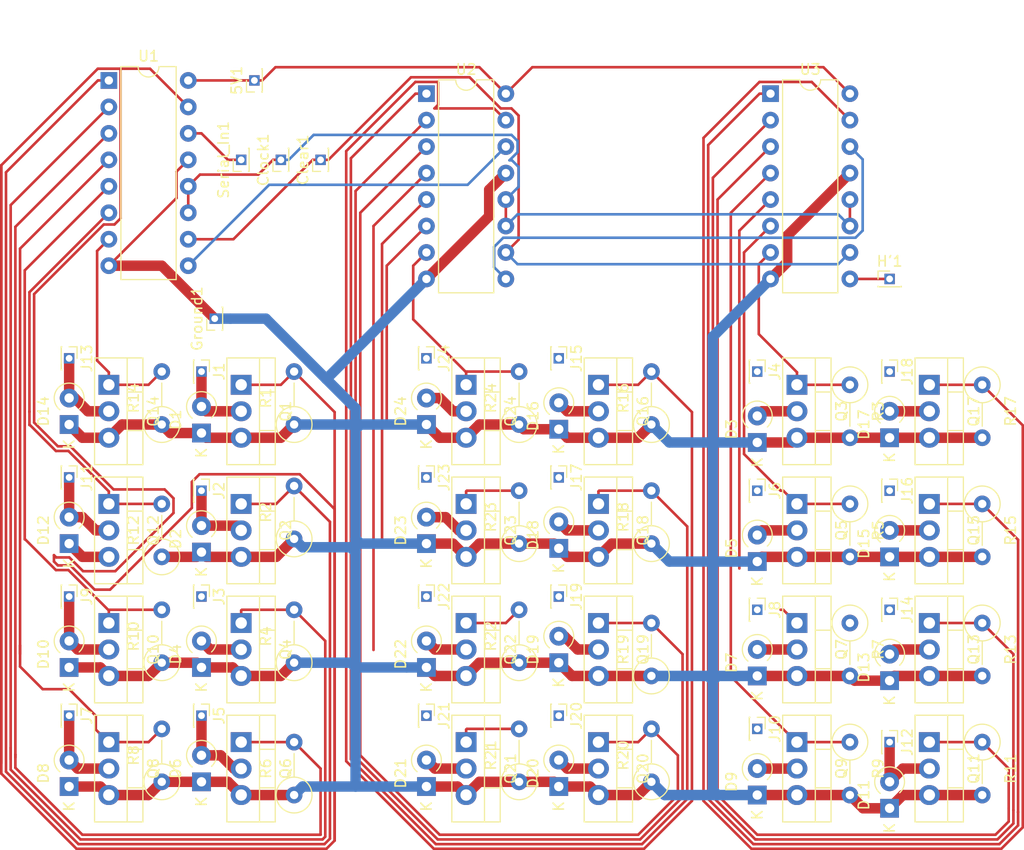
<source format=kicad_pcb>
(kicad_pcb (version 20171130) (host pcbnew "(5.1.2)-2")
  (layers (0 F.Cu signal) (31 B.Cu signal) (34 B.Paste user) (35 F.Paste user) (36 B.SilkS user) (37 F.SilkS user) (38 B.Mask user) (39 F.Mask user) (44 Edge.Cuts user))
  (net 0 "")
  (net 1 "Net-(D1-Pad2)")
  (net 2 "Net-(D2-Pad2)")
  (net 3 "Net-(D3-Pad2)")
  (net 4 "Net-(D4-Pad2)")
  (net 5 "Net-(D5-Pad2)")
  (net 6 "Net-(D6-Pad2)")
  (net 7 "Net-(D7-Pad2)")
  (net 8 "Net-(D8-Pad2)")
  (net 9 "Net-(D9-Pad2)")
  (net 10 "Net-(D10-Pad2)")
  (net 11 "Net-(D11-Pad2)")
  (net 12 "Net-(D12-Pad2)")
  (net 13 "Net-(D13-Pad2)")
  (net 14 "Net-(D14-Pad2)")
  (net 15 "Net-(D15-Pad2)")
  (net 16 "Net-(D16-Pad2)")
  (net 17 "Net-(D17-Pad2)")
  (net 18 "Net-(D18-Pad2)")
  (net 19 "Net-(D19-Pad2)")
  (net 20 "Net-(D20-Pad2)")
  (net 21 "Net-(D21-Pad2)")
  (net 22 "Net-(D22-Pad2)")
  (net 23 "Net-(D23-Pad2)")
  (net 24 "Net-(D24-Pad2)")
  (net 25 "Net-(Q1-Pad1)")
  (net 26 "Net-(Q2-Pad1)")
  (net 27 "Net-(Q3-Pad1)")
  (net 28 "Net-(Q4-Pad1)")
  (net 29 "Net-(Q5-Pad1)")
  (net 30 "Net-(Q6-Pad1)")
  (net 31 "Net-(Q7-Pad1)")
  (net 32 "Net-(Q8-Pad1)")
  (net 33 "Net-(Q9-Pad1)")
  (net 34 "Net-(Q10-Pad1)")
  (net 35 "Net-(Q11-Pad1)")
  (net 36 "Net-(Q12-Pad1)")
  (net 37 "Net-(Q13-Pad1)")
  (net 38 "Net-(Q14-Pad1)")
  (net 39 "Net-(Q15-Pad1)")
  (net 40 "Net-(Q16-Pad1)")
  (net 41 "Net-(Q17-Pad1)")
  (net 42 "Net-(Q18-Pad1)")
  (net 43 "Net-(Q19-Pad1)")
  (net 44 "Net-(Q20-Pad1)")
  (net 45 "Net-(Q21-Pad1)")
  (net 46 "Net-(Q22-Pad1)")
  (net 47 "Net-(Q23-Pad1)")
  (net 48 "Net-(Q24-Pad1)")
  (net 49 "Net-(U1-Pad9)")
  (net 50 "Net-(U2-Pad9)")
  (net 51 GND)
  (net 52 +1V5)
  (net 53 "Net-(Clear1-Pad1)")
  (net 54 "Net-(Clock1-Pad1)")
  (net 55 "Net-(Serial_In1-Pad1)")
  (net 56 "Net-(H'1-Pad1)")
  (module Resistor_THT:R_Axial_DIN0309_L9.0mm_D3.2mm_P5.08mm_Vertical (layer F.Cu) (at 41.91 97.79 90)
    (fp_text reference R8 (at 2.54 -2.72 90) (layer F.SilkS))
    (fp_text value 10k)
    (pad 2 thru_hole oval (at 5.08 0 90) (size 1.6 1.6) (drill 0.8) (layers *.Cu *.Mask) (net 32 "Net-(Q8-Pad1)"))
    (pad 1 thru_hole circle (at 0 0 90) (size 1.6 1.6) (drill 0.8) (layers *.Cu *.Mask) (net 51 GND))
  )
  (module Resistor_THT:R_Axial_DIN0309_L9.0mm_D3.2mm_P5.08mm_Vertical (layer F.Cu) (at 76.2 63.5 90)
    (fp_text reference R24 (at 2.54 -2.72 90) (layer F.SilkS))
    (fp_text value 10k)
    (pad 2 thru_hole oval (at 5.08 0 90) (size 1.6 1.6) (drill 0.8) (layers *.Cu *.Mask) (net 48 "Net-(Q24-Pad1)"))
    (pad 1 thru_hole circle (at 0 0 90) (size 1.6 1.6) (drill 0.8) (layers *.Cu *.Mask) (net 51 GND))
  )
  (module Resistor_THT:R_Axial_DIN0309_L9.0mm_D3.2mm_P5.08mm_Vertical (layer F.Cu) (at 76.2 74.93 90)
    (fp_text reference R23 (at 2.54 -2.72 90) (layer F.SilkS))
    (fp_text value 10k)
    (pad 2 thru_hole oval (at 5.08 0 90) (size 1.6 1.6) (drill 0.8) (layers *.Cu *.Mask) (net 47 "Net-(Q23-Pad1)"))
    (pad 1 thru_hole circle (at 0 0 90) (size 1.6 1.6) (drill 0.8) (layers *.Cu *.Mask) (net 51 GND))
  )
  (module Resistor_THT:R_Axial_DIN0309_L9.0mm_D3.2mm_P5.08mm_Vertical (layer F.Cu) (at 76.2 86.36 90)
    (fp_text reference R22 (at 2.54 -2.72 90) (layer F.SilkS))
    (fp_text value 10k)
    (pad 2 thru_hole oval (at 5.08 0 90) (size 1.6 1.6) (drill 0.8) (layers *.Cu *.Mask) (net 46 "Net-(Q22-Pad1)"))
    (pad 1 thru_hole circle (at 0 0 90) (size 1.6 1.6) (drill 0.8) (layers *.Cu *.Mask) (net 51 GND))
  )
  (module Resistor_THT:R_Axial_DIN0309_L9.0mm_D3.2mm_P5.08mm_Vertical (layer F.Cu) (at 76.2 97.79 90)
    (fp_text reference R21 (at 2.54 -2.72 90) (layer F.SilkS))
    (fp_text value 10k)
    (pad 2 thru_hole oval (at 5.08 0 90) (size 1.6 1.6) (drill 0.8) (layers *.Cu *.Mask) (net 45 "Net-(Q21-Pad1)"))
    (pad 1 thru_hole circle (at 0 0 90) (size 1.6 1.6) (drill 0.8) (layers *.Cu *.Mask) (net 51 GND))
  )
  (module Resistor_THT:R_Axial_DIN0309_L9.0mm_D3.2mm_P5.08mm_Vertical (layer F.Cu) (at 88.9 97.79 90)
    (fp_text reference R20 (at 2.54 -2.72 90) (layer F.SilkS))
    (fp_text value 10k)
    (pad 2 thru_hole oval (at 5.08 0 90) (size 1.6 1.6) (drill 0.8) (layers *.Cu *.Mask) (net 44 "Net-(Q20-Pad1)"))
    (pad 1 thru_hole circle (at 0 0 90) (size 1.6 1.6) (drill 0.8) (layers *.Cu *.Mask) (net 51 GND))
  )
  (module Resistor_THT:R_Axial_DIN0309_L9.0mm_D3.2mm_P5.08mm_Vertical (layer F.Cu) (at 88.9 87.63 90)
    (fp_text reference R19 (at 2.54 -2.72 90) (layer F.SilkS))
    (fp_text value 10k)
    (pad 2 thru_hole oval (at 5.08 0 90) (size 1.6 1.6) (drill 0.8) (layers *.Cu *.Mask) (net 43 "Net-(Q19-Pad1)"))
    (pad 1 thru_hole circle (at 0 0 90) (size 1.6 1.6) (drill 0.8) (layers *.Cu *.Mask) (net 51 GND))
  )
  (module Resistor_THT:R_Axial_DIN0309_L9.0mm_D3.2mm_P5.08mm_Vertical (layer F.Cu) (at 88.9 74.93 90)
    (fp_text reference R18 (at 2.54 -2.72 90) (layer F.SilkS))
    (fp_text value 10k)
    (pad 2 thru_hole oval (at 5.08 0 90) (size 1.6 1.6) (drill 0.8) (layers *.Cu *.Mask) (net 42 "Net-(Q18-Pad1)"))
    (pad 1 thru_hole circle (at 0 0 90) (size 1.6 1.6) (drill 0.8) (layers *.Cu *.Mask) (net 51 GND))
  )
  (module Resistor_THT:R_Axial_DIN0309_L9.0mm_D3.2mm_P5.08mm_Vertical (layer F.Cu) (at 120.65 59.69 270)
    (fp_text reference R17 (at 2.54 -2.72 90) (layer F.SilkS))
    (fp_text value 10k)
    (pad 2 thru_hole oval (at 5.08 0 270) (size 1.6 1.6) (drill 0.8) (layers *.Cu *.Mask) (net 51 GND))
    (pad 1 thru_hole circle (at 0 0 270) (size 1.6 1.6) (drill 0.8) (layers *.Cu *.Mask) (net 41 "Net-(Q17-Pad1)"))
  )
  (module Resistor_THT:R_Axial_DIN0309_L9.0mm_D3.2mm_P5.08mm_Vertical (layer F.Cu) (at 88.9 63.5 90)
    (fp_text reference R16 (at 2.54 -2.72 90) (layer F.SilkS))
    (fp_text value 10k)
    (pad 2 thru_hole oval (at 5.08 0 90) (size 1.6 1.6) (drill 0.8) (layers *.Cu *.Mask) (net 40 "Net-(Q16-Pad1)"))
    (pad 1 thru_hole circle (at 0 0 90) (size 1.6 1.6) (drill 0.8) (layers *.Cu *.Mask) (net 51 GND))
  )
  (module Resistor_THT:R_Axial_DIN0309_L9.0mm_D3.2mm_P5.08mm_Vertical (layer F.Cu) (at 120.65 71.12 270)
    (fp_text reference R15 (at 2.54 -2.72 90) (layer F.SilkS))
    (fp_text value 10k)
    (pad 2 thru_hole oval (at 5.08 0 270) (size 1.6 1.6) (drill 0.8) (layers *.Cu *.Mask) (net 51 GND))
    (pad 1 thru_hole circle (at 0 0 270) (size 1.6 1.6) (drill 0.8) (layers *.Cu *.Mask) (net 39 "Net-(Q15-Pad1)"))
  )
  (module Resistor_THT:R_Axial_DIN0309_L9.0mm_D3.2mm_P5.08mm_Vertical (layer F.Cu) (at 41.91 63.5 90)
    (fp_text reference R14 (at 2.54 -2.72 90) (layer F.SilkS))
    (fp_text value 10k)
    (pad 2 thru_hole oval (at 5.08 0 90) (size 1.6 1.6) (drill 0.8) (layers *.Cu *.Mask) (net 38 "Net-(Q14-Pad1)"))
    (pad 1 thru_hole circle (at 0 0 90) (size 1.6 1.6) (drill 0.8) (layers *.Cu *.Mask) (net 51 GND))
  )
  (module Resistor_THT:R_Axial_DIN0309_L9.0mm_D3.2mm_P5.08mm_Vertical (layer F.Cu) (at 120.65 82.55 270)
    (fp_text reference R13 (at 2.54 -2.72 90) (layer F.SilkS))
    (fp_text value 10k)
    (pad 2 thru_hole oval (at 5.08 0 270) (size 1.6 1.6) (drill 0.8) (layers *.Cu *.Mask) (net 51 GND))
    (pad 1 thru_hole circle (at 0 0 270) (size 1.6 1.6) (drill 0.8) (layers *.Cu *.Mask) (net 37 "Net-(Q13-Pad1)"))
  )
  (module Resistor_THT:R_Axial_DIN0309_L9.0mm_D3.2mm_P5.08mm_Vertical (layer F.Cu) (at 41.91 76.2 90)
    (fp_text reference R12 (at 2.54 -2.72 90) (layer F.SilkS))
    (fp_text value 10k)
    (pad 1 thru_hole circle (at 0 0 90) (size 1.6 1.6) (drill 0.8) (layers *.Cu *.Mask) (net 51 GND))
    (pad 2 thru_hole oval (at 5.08 0 90) (size 1.6 1.6) (drill 0.8) (layers *.Cu *.Mask) (net 36 "Net-(Q12-Pad1)"))
  )
  (module Resistor_THT:R_Axial_DIN0309_L9.0mm_D3.2mm_P5.08mm_Vertical (layer F.Cu) (at 120.65 93.98 270)
    (fp_text reference R11 (at 2.54 -2.72 90) (layer F.SilkS))
    (fp_text value 10k)
    (pad 2 thru_hole oval (at 5.08 0 270) (size 1.6 1.6) (drill 0.8) (layers *.Cu *.Mask) (net 51 GND))
    (pad 1 thru_hole circle (at 0 0 270) (size 1.6 1.6) (drill 0.8) (layers *.Cu *.Mask) (net 35 "Net-(Q11-Pad1)"))
  )
  (module Resistor_THT:R_Axial_DIN0309_L9.0mm_D3.2mm_P5.08mm_Vertical (layer F.Cu) (at 41.91 86.36 90)
    (fp_text reference R10 (at 2.54 -2.72 90) (layer F.SilkS))
    (fp_text value 10k)
    (pad 2 thru_hole oval (at 5.08 0 90) (size 1.6 1.6) (drill 0.8) (layers *.Cu *.Mask) (net 34 "Net-(Q10-Pad1)"))
    (pad 1 thru_hole circle (at 0 0 90) (size 1.6 1.6) (drill 0.8) (layers *.Cu *.Mask) (net 51 GND))
  )
  (module Resistor_THT:R_Axial_DIN0309_L9.0mm_D3.2mm_P5.08mm_Vertical (layer F.Cu) (at 107.95 93.98 270)
    (fp_text reference R9 (at 2.54 -2.72 90) (layer F.SilkS))
    (fp_text value 10k)
    (pad 2 thru_hole oval (at 5.08 0 270) (size 1.6 1.6) (drill 0.8) (layers *.Cu *.Mask) (net 51 GND))
    (pad 1 thru_hole circle (at 0 0 270) (size 1.6 1.6) (drill 0.8) (layers *.Cu *.Mask) (net 33 "Net-(Q9-Pad1)"))
  )
  (module Resistor_THT:R_Axial_DIN0309_L9.0mm_D3.2mm_P5.08mm_Vertical (layer F.Cu) (at 107.95 82.55 270)
    (fp_text reference R7 (at 2.54 -2.72 90) (layer F.SilkS))
    (fp_text value 10k)
    (pad 2 thru_hole oval (at 5.08 0 270) (size 1.6 1.6) (drill 0.8) (layers *.Cu *.Mask) (net 51 GND))
    (pad 1 thru_hole circle (at 0 0 270) (size 1.6 1.6) (drill 0.8) (layers *.Cu *.Mask) (net 31 "Net-(Q7-Pad1)"))
  )
  (module Resistor_THT:R_Axial_DIN0309_L9.0mm_D3.2mm_P5.08mm_Vertical (layer F.Cu) (at 54.61 99.06 90)
    (fp_text reference R6 (at 2.54 -2.72 90) (layer F.SilkS))
    (fp_text value 10k)
    (pad 2 thru_hole oval (at 5.08 0 90) (size 1.6 1.6) (drill 0.8) (layers *.Cu *.Mask) (net 30 "Net-(Q6-Pad1)"))
    (pad 1 thru_hole circle (at 0 0 90) (size 1.6 1.6) (drill 0.8) (layers *.Cu *.Mask) (net 51 GND))
  )
  (module Resistor_THT:R_Axial_DIN0309_L9.0mm_D3.2mm_P5.08mm_Vertical (layer F.Cu) (at 107.95 71.12 270)
    (fp_text reference R5 (at 2.54 -2.72 90) (layer F.SilkS))
    (fp_text value 10k)
    (pad 2 thru_hole oval (at 5.08 0 270) (size 1.6 1.6) (drill 0.8) (layers *.Cu *.Mask) (net 51 GND))
    (pad 1 thru_hole circle (at 0 0 270) (size 1.6 1.6) (drill 0.8) (layers *.Cu *.Mask) (net 29 "Net-(Q5-Pad1)"))
  )
  (module Resistor_THT:R_Axial_DIN0309_L9.0mm_D3.2mm_P5.08mm_Vertical (layer F.Cu) (at 54.61 86.36 90)
    (fp_text reference R4 (at 2.54 -2.72 90) (layer F.SilkS))
    (fp_text value 10k)
    (pad 2 thru_hole oval (at 5.08 0 90) (size 1.6 1.6) (drill 0.8) (layers *.Cu *.Mask) (net 28 "Net-(Q4-Pad1)"))
    (pad 1 thru_hole circle (at 0 0 90) (size 1.6 1.6) (drill 0.8) (layers *.Cu *.Mask) (net 51 GND))
  )
  (module Resistor_THT:R_Axial_DIN0309_L9.0mm_D3.2mm_P5.08mm_Vertical (layer F.Cu) (at 107.95 59.69 270)
    (fp_text reference R3 (at 2.54 -2.72 90) (layer F.SilkS))
    (fp_text value 10k)
    (pad 2 thru_hole oval (at 5.08 0 270) (size 1.6 1.6) (drill 0.8) (layers *.Cu *.Mask) (net 51 GND))
    (pad 1 thru_hole circle (at 0 0 270) (size 1.6 1.6) (drill 0.8) (layers *.Cu *.Mask) (net 27 "Net-(Q3-Pad1)"))
  )
  (module Resistor_THT:R_Axial_DIN0309_L9.0mm_D3.2mm_P5.08mm_Vertical (layer F.Cu) (at 54.61 74.4775 90)
    (fp_text reference R2 (at 2.54 -2.72 90) (layer F.SilkS))
    (fp_text value 10k)
    (pad 2 thru_hole oval (at 5.08 0 90) (size 1.6 1.6) (drill 0.8) (layers *.Cu *.Mask) (net 26 "Net-(Q2-Pad1)"))
    (pad 1 thru_hole circle (at 0 0 90) (size 1.6 1.6) (drill 0.8) (layers *.Cu *.Mask) (net 51 GND))
  )
  (module Resistor_THT:R_Axial_DIN0309_L9.0mm_D3.2mm_P5.08mm_Vertical (layer F.Cu) (at 54.61 63.5 90)
    (fp_text reference R1 (at 2.54 -2.72 90) (layer F.SilkS))
    (fp_text value 10k)
    (pad 2 thru_hole oval (at 5.08 0 90) (size 1.6 1.6) (drill 0.8) (layers *.Cu *.Mask) (net 25 "Net-(Q1-Pad1)"))
    (pad 1 thru_hole circle (at 0 0 90) (size 1.6 1.6) (drill 0.8) (layers *.Cu *.Mask) (net 51 GND))
  )
  (module Diode_THT:D_A-405_P2.54mm_Vertical_KathodeUp (layer F.Cu) (at 67.31 63.5 90)
    (fp_text reference D24 (at 1.27 -2.47 90) (layer F.SilkS))
    (fp_text value DIODE)
    (fp_text user K (at -1.9 0 90) (layer F.SilkS))
    (pad 2 thru_hole oval (at 2.54 0 90) (size 1.8 1.8) (drill 0.9) (layers *.Cu *.Mask) (net 24 "Net-(D24-Pad2)"))
    (pad 1 thru_hole rect (at 0 0 90) (size 1.8 1.8) (drill 0.9) (layers *.Cu *.Mask) (net 51 GND))
  )
  (module Diode_THT:D_A-405_P2.54mm_Vertical_KathodeUp (layer F.Cu) (at 67.31 74.93 90)
    (fp_text reference D23 (at 1.27 -2.47 90) (layer F.SilkS))
    (fp_text value DIODE)
    (fp_text user K (at -1.9 0 90) (layer F.SilkS))
    (pad 2 thru_hole oval (at 2.54 0 90) (size 1.8 1.8) (drill 0.9) (layers *.Cu *.Mask) (net 23 "Net-(D23-Pad2)"))
    (pad 1 thru_hole rect (at 0 0 90) (size 1.8 1.8) (drill 0.9) (layers *.Cu *.Mask) (net 51 GND))
  )
  (module Diode_THT:D_A-405_P2.54mm_Vertical_KathodeUp (layer F.Cu) (at 67.31 86.8125 90)
    (fp_text reference D22 (at 1.27 -2.47 90) (layer F.SilkS))
    (fp_text value DIODE)
    (fp_text user K (at -1.9 0 90) (layer F.SilkS))
    (pad 2 thru_hole oval (at 2.54 0 90) (size 1.8 1.8) (drill 0.9) (layers *.Cu *.Mask) (net 22 "Net-(D22-Pad2)"))
    (pad 1 thru_hole rect (at 0 0 90) (size 1.8 1.8) (drill 0.9) (layers *.Cu *.Mask) (net 51 GND))
  )
  (module Diode_THT:D_A-405_P2.54mm_Vertical_KathodeUp (layer F.Cu) (at 67.31 98.2425 90)
    (fp_text reference D21 (at 1.27 -2.47 90) (layer F.SilkS))
    (fp_text value DIODE)
    (fp_text user K (at -1.9 0 90) (layer F.SilkS))
    (pad 2 thru_hole oval (at 2.54 0 90) (size 1.8 1.8) (drill 0.9) (layers *.Cu *.Mask) (net 21 "Net-(D21-Pad2)"))
    (pad 1 thru_hole rect (at 0 0 90) (size 1.8 1.8) (drill 0.9) (layers *.Cu *.Mask) (net 51 GND))
  )
  (module Diode_THT:D_A-405_P2.54mm_Vertical_KathodeUp (layer F.Cu) (at 80.01 98.2425 90)
    (fp_text reference D20 (at 1.27 -2.47 90) (layer F.SilkS))
    (fp_text value DIODE)
    (fp_text user K (at -1.9 0 90) (layer F.SilkS))
    (pad 2 thru_hole oval (at 2.54 0 90) (size 1.8 1.8) (drill 0.9) (layers *.Cu *.Mask) (net 20 "Net-(D20-Pad2)"))
    (pad 1 thru_hole rect (at 0 0 90) (size 1.8 1.8) (drill 0.9) (layers *.Cu *.Mask) (net 51 GND))
  )
  (module Diode_THT:D_A-405_P2.54mm_Vertical_KathodeUp (layer F.Cu) (at 80.01 86.36 90)
    (fp_text reference D19 (at 1.27 -2.47 90) (layer F.SilkS))
    (fp_text value DIODE)
    (fp_text user K (at -1.9 0 90) (layer F.SilkS))
    (pad 2 thru_hole oval (at 2.54 0 90) (size 1.8 1.8) (drill 0.9) (layers *.Cu *.Mask) (net 19 "Net-(D19-Pad2)"))
    (pad 1 thru_hole rect (at 0 0 90) (size 1.8 1.8) (drill 0.9) (layers *.Cu *.Mask) (net 51 GND))
  )
  (module Diode_THT:D_A-405_P2.54mm_Vertical_KathodeUp (layer F.Cu) (at 80.01 75.3825 90)
    (fp_text reference D18 (at 1.27 -2.47 90) (layer F.SilkS))
    (fp_text value DIODE)
    (fp_text user K (at -1.9 0 90) (layer F.SilkS))
    (pad 2 thru_hole oval (at 2.54 0 90) (size 1.8 1.8) (drill 0.9) (layers *.Cu *.Mask) (net 18 "Net-(D18-Pad2)"))
    (pad 1 thru_hole rect (at 0 0 90) (size 1.8 1.8) (drill 0.9) (layers *.Cu *.Mask) (net 51 GND))
  )
  (module Diode_THT:D_A-405_P2.54mm_Vertical_KathodeUp (layer F.Cu) (at 111.76 64.77 90)
    (fp_text reference D17 (at 1.27 -2.47 90) (layer F.SilkS))
    (fp_text value DIODE)
    (fp_text user K (at -1.9 0 90) (layer F.SilkS))
    (pad 2 thru_hole oval (at 2.54 0 90) (size 1.8 1.8) (drill 0.9) (layers *.Cu *.Mask) (net 17 "Net-(D17-Pad2)"))
    (pad 1 thru_hole rect (at 0 0 90) (size 1.8 1.8) (drill 0.9) (layers *.Cu *.Mask) (net 51 GND))
  )
  (module Diode_THT:D_A-405_P2.54mm_Vertical_KathodeUp (layer F.Cu) (at 80.01 63.9525 90)
    (fp_text reference D16 (at 1.27 -2.47 90) (layer F.SilkS))
    (fp_text value DIODE)
    (fp_text user K (at -1.9 0 90) (layer F.SilkS))
    (pad 2 thru_hole oval (at 2.54 0 90) (size 1.8 1.8) (drill 0.9) (layers *.Cu *.Mask) (net 16 "Net-(D16-Pad2)"))
    (pad 1 thru_hole rect (at 0 0 90) (size 1.8 1.8) (drill 0.9) (layers *.Cu *.Mask) (net 51 GND))
  )
  (module Diode_THT:D_A-405_P2.54mm_Vertical_KathodeUp (layer F.Cu) (at 111.76 76.2 90)
    (fp_text reference D15 (at 1.27 -2.47 90) (layer F.SilkS))
    (fp_text value DIODE)
    (fp_text user K (at -1.9 0 90) (layer F.SilkS))
    (pad 2 thru_hole oval (at 2.54 0 90) (size 1.8 1.8) (drill 0.9) (layers *.Cu *.Mask) (net 15 "Net-(D15-Pad2)"))
    (pad 1 thru_hole rect (at 0 0 90) (size 1.8 1.8) (drill 0.9) (layers *.Cu *.Mask) (net 51 GND))
  )
  (module Diode_THT:D_A-405_P2.54mm_Vertical_KathodeUp (layer F.Cu) (at 33.02 63.5 90)
    (fp_text reference D14 (at 1.27 -2.47 90) (layer F.SilkS))
    (fp_text value DIODE)
    (fp_text user K (at -1.9 0 90) (layer F.SilkS))
    (pad 2 thru_hole oval (at 2.54 0 90) (size 1.8 1.8) (drill 0.9) (layers *.Cu *.Mask) (net 14 "Net-(D14-Pad2)"))
    (pad 1 thru_hole rect (at 0 0 90) (size 1.8 1.8) (drill 0.9) (layers *.Cu *.Mask) (net 51 GND))
  )
  (module Diode_THT:D_A-405_P2.54mm_Vertical_KathodeUp (layer F.Cu) (at 111.76 88.0825 90)
    (fp_text reference D13 (at 1.27 -2.47 90) (layer F.SilkS))
    (fp_text value DIODE)
    (fp_text user K (at -1.9 0 90) (layer F.SilkS))
    (pad 2 thru_hole oval (at 2.54 0 90) (size 1.8 1.8) (drill 0.9) (layers *.Cu *.Mask) (net 13 "Net-(D13-Pad2)"))
    (pad 1 thru_hole rect (at 0 0 90) (size 1.8 1.8) (drill 0.9) (layers *.Cu *.Mask) (net 51 GND))
  )
  (module Diode_THT:D_A-405_P2.54mm_Vertical_KathodeUp (layer F.Cu) (at 33.02 74.93 90)
    (fp_text reference D12 (at 1.27 -2.47 90) (layer F.SilkS))
    (fp_text value DIODE)
    (fp_text user K (at -1.9 0 90) (layer F.SilkS))
    (pad 1 thru_hole rect (at 0 0 90) (size 1.8 1.8) (drill 0.9) (layers *.Cu *.Mask) (net 51 GND))
    (pad 2 thru_hole oval (at 2.54 0 90) (size 1.8 1.8) (drill 0.9) (layers *.Cu *.Mask) (net 12 "Net-(D12-Pad2)"))
  )
  (module Diode_THT:D_A-405_P2.54mm_Vertical_KathodeUp (layer F.Cu) (at 111.76 100.33 90)
    (fp_text reference D11 (at 1.27 -2.47 90) (layer F.SilkS))
    (fp_text value DIODE)
    (fp_text user K (at -1.9 0 90) (layer F.SilkS))
    (pad 2 thru_hole oval (at 2.54 0 90) (size 1.8 1.8) (drill 0.9) (layers *.Cu *.Mask) (net 11 "Net-(D11-Pad2)"))
    (pad 1 thru_hole rect (at 0 0 90) (size 1.8 1.8) (drill 0.9) (layers *.Cu *.Mask) (net 51 GND))
  )
  (module Diode_THT:D_A-405_P2.54mm_Vertical_KathodeUp (layer F.Cu) (at 33.02 86.8125 90)
    (fp_text reference D10 (at 1.27 -2.47 90) (layer F.SilkS))
    (fp_text value DIODE)
    (fp_text user K (at -1.9 0 90) (layer F.SilkS))
    (pad 2 thru_hole oval (at 2.54 0 90) (size 1.8 1.8) (drill 0.9) (layers *.Cu *.Mask) (net 10 "Net-(D10-Pad2)"))
    (pad 1 thru_hole rect (at 0 0 90) (size 1.8 1.8) (drill 0.9) (layers *.Cu *.Mask) (net 51 GND))
  )
  (module Diode_THT:D_A-405_P2.54mm_Vertical_KathodeUp (layer F.Cu) (at 99.06 99.06 90)
    (fp_text reference D9 (at 1.27 -2.47 90) (layer F.SilkS))
    (fp_text value DIODE)
    (fp_text user K (at -1.9 0 90) (layer F.SilkS))
    (pad 2 thru_hole oval (at 2.54 0 90) (size 1.8 1.8) (drill 0.9) (layers *.Cu *.Mask) (net 9 "Net-(D9-Pad2)"))
    (pad 1 thru_hole rect (at 0 0 90) (size 1.8 1.8) (drill 0.9) (layers *.Cu *.Mask) (net 51 GND))
  )
  (module Diode_THT:D_A-405_P2.54mm_Vertical_KathodeUp (layer F.Cu) (at 33.02 98.2425 90)
    (fp_text reference D8 (at 1.27 -2.47 90) (layer F.SilkS))
    (fp_text value DIODE)
    (fp_text user K (at -1.9 0 90) (layer F.SilkS))
    (pad 2 thru_hole oval (at 2.54 0 90) (size 1.8 1.8) (drill 0.9) (layers *.Cu *.Mask) (net 8 "Net-(D8-Pad2)"))
    (pad 1 thru_hole rect (at 0 0 90) (size 1.8 1.8) (drill 0.9) (layers *.Cu *.Mask) (net 51 GND))
  )
  (module Diode_THT:D_A-405_P2.54mm_Vertical_KathodeUp (layer F.Cu) (at 99.06 87.63 90)
    (fp_text reference D7 (at 1.27 -2.47 90) (layer F.SilkS))
    (fp_text value DIODE)
    (fp_text user K (at -1.9 0 90) (layer F.SilkS))
    (pad 2 thru_hole oval (at 2.54 0 90) (size 1.8 1.8) (drill 0.9) (layers *.Cu *.Mask) (net 7 "Net-(D7-Pad2)"))
    (pad 1 thru_hole rect (at 0 0 90) (size 1.8 1.8) (drill 0.9) (layers *.Cu *.Mask) (net 51 GND))
  )
  (module Diode_THT:D_A-405_P2.54mm_Vertical_KathodeUp (layer F.Cu) (at 45.72 97.79 90)
    (fp_text reference D6 (at 1.27 -2.47 90) (layer F.SilkS))
    (fp_text value DIODE)
    (fp_text user K (at -1.9 0 90) (layer F.SilkS))
    (pad 2 thru_hole oval (at 2.54 0 90) (size 1.8 1.8) (drill 0.9) (layers *.Cu *.Mask) (net 6 "Net-(D6-Pad2)"))
    (pad 1 thru_hole rect (at 0 0 90) (size 1.8 1.8) (drill 0.9) (layers *.Cu *.Mask) (net 51 GND))
  )
  (module Diode_THT:D_A-405_P2.54mm_Vertical_KathodeUp (layer F.Cu) (at 99.06 76.6525 90)
    (fp_text reference D5 (at 1.27 -2.47 90) (layer F.SilkS))
    (fp_text value DIODE)
    (fp_text user K (at -1.9 0 90) (layer F.SilkS))
    (pad 2 thru_hole oval (at 2.54 0 90) (size 1.8 1.8) (drill 0.9) (layers *.Cu *.Mask) (net 5 "Net-(D5-Pad2)"))
    (pad 1 thru_hole rect (at 0 0 90) (size 1.8 1.8) (drill 0.9) (layers *.Cu *.Mask) (net 51 GND))
  )
  (module Diode_THT:D_A-405_P2.54mm_Vertical_KathodeUp (layer F.Cu) (at 45.72 86.8125 90)
    (fp_text reference D4 (at 1.27 -2.47 90) (layer F.SilkS))
    (fp_text value DIODE)
    (fp_text user K (at -1.9 0 90) (layer F.SilkS))
    (pad 1 thru_hole rect (at 0 0 90) (size 1.8 1.8) (drill 0.9) (layers *.Cu *.Mask) (net 51 GND))
    (pad 2 thru_hole oval (at 2.54 0 90) (size 1.8 1.8) (drill 0.9) (layers *.Cu *.Mask) (net 4 "Net-(D4-Pad2)"))
  )
  (module Diode_THT:D_A-405_P2.54mm_Vertical_KathodeUp (layer F.Cu) (at 99.06 65.2225 90)
    (fp_text reference D3 (at 1.27 -2.47 90) (layer F.SilkS))
    (fp_text value DIODE)
    (fp_text user K (at -1.9 0 90) (layer F.SilkS))
    (pad 2 thru_hole oval (at 2.54 0 90) (size 1.8 1.8) (drill 0.9) (layers *.Cu *.Mask) (net 3 "Net-(D3-Pad2)"))
    (pad 1 thru_hole rect (at 0 0 90) (size 1.8 1.8) (drill 0.9) (layers *.Cu *.Mask) (net 51 GND))
  )
  (module Diode_THT:D_A-405_P2.54mm_Vertical_KathodeUp (layer F.Cu) (at 45.72 75.7475 90)
    (fp_text reference D2 (at 1.27 -2.47 90) (layer F.SilkS))
    (fp_text value DIODE)
    (fp_text user K (at -1.9 0 90) (layer F.SilkS))
    (pad 2 thru_hole oval (at 2.54 0 90) (size 1.8 1.8) (drill 0.9) (layers *.Cu *.Mask) (net 2 "Net-(D2-Pad2)"))
    (pad 1 thru_hole rect (at 0 0 90) (size 1.8 1.8) (drill 0.9) (layers *.Cu *.Mask) (net 51 GND))
  )
  (module Diode_THT:D_A-405_P2.54mm_Vertical_KathodeUp (layer F.Cu) (at 45.72 64.3175 90)
    (fp_text reference D1 (at 1.27 -2.47 90) (layer F.SilkS))
    (fp_text value DIODE)
    (fp_text user K (at -1.9 0 90) (layer F.SilkS))
    (pad 2 thru_hole oval (at 2.54 0 90) (size 1.8 1.8) (drill 0.9) (layers *.Cu *.Mask) (net 1 "Net-(D1-Pad2)"))
    (pad 1 thru_hole rect (at 0 0 90) (size 1.8 1.8) (drill 0.9) (layers *.Cu *.Mask) (net 51 GND))
  )
  (module Connector_PinHeader_1.27mm:PinHeader_1x01_P1.27mm_Vertical (layer F.Cu) (at 111.76 49.53)
    (fp_text reference H'1 (at 0 -1.695) (layer F.SilkS))
    (fp_text value Conn_01x01_Female)
    (pad 1 thru_hole rect (at 0 0) (size 1 1) (drill 0.65) (layers *.Cu *.Mask) (net 56 "Net-(H'1-Pad1)"))
  )
  (module Connector_PinHeader_1.27mm:PinHeader_1x01_P1.27mm_Vertical (layer F.Cu) (at 57.15 38.1 90)
    (fp_text reference Clear1 (at 0 -1.695 90) (layer F.SilkS))
    (fp_text value Conn_01x01_Female)
    (pad 1 thru_hole rect (at 0 0 90) (size 1 1) (drill 0.65) (layers *.Cu *.Mask) (net 53 "Net-(Clear1-Pad1)"))
  )
  (module Connector_PinHeader_1.27mm:PinHeader_1x01_P1.27mm_Vertical (layer F.Cu) (at 50.8 30.48 90)
    (fp_text reference 5V1 (at 0 -1.695 90) (layer F.SilkS))
    (fp_text value Conn_01x01_Female)
    (pad 1 thru_hole rect (at 0 0 90) (size 1 1) (drill 0.65) (layers *.Cu *.Mask) (net 52 +1V5))
  )
  (module Connector_PinHeader_1.27mm:PinHeader_1x01_P1.27mm_Vertical (layer F.Cu) (at 53.34 38.1 90)
    (fp_text reference Clock1 (at 0 -1.695 90) (layer F.SilkS))
    (fp_text value Conn_01x01_Female)
    (pad 1 thru_hole rect (at 0 0 90) (size 1 1) (drill 0.65) (layers *.Cu *.Mask) (net 54 "Net-(Clock1-Pad1)"))
  )
  (module Connector_PinHeader_1.27mm:PinHeader_1x01_P1.27mm_Vertical (layer F.Cu) (at 46.99 53.34 90)
    (fp_text reference Ground1 (at 0 -1.695 90) (layer F.SilkS))
    (fp_text value Conn_01x01_Female)
    (pad 1 thru_hole rect (at 0 0 90) (size 1 1) (drill 0.65) (layers *.Cu *.Mask) (net 51 GND))
  )
  (module Connector_PinHeader_1.27mm:PinHeader_1x01_P1.27mm_Vertical (layer F.Cu) (at 49.53 38.1 90)
    (fp_text reference Serial_In1 (at 0 -1.695 90) (layer F.SilkS))
    (fp_text value Conn_01x01_Female)
    (pad 1 thru_hole rect (at 0 0 90) (size 1 1) (drill 0.65) (layers *.Cu *.Mask) (net 55 "Net-(Serial_In1-Pad1)"))
  )
  (module Package_TO_SOT_THT:TO-220-3_Vertical (layer F.Cu) (at 71.12 71.12 270)
    (fp_text reference Q23 (at 2.54 -4.27 90) (layer F.SilkS))
    (fp_text value IRLZ44N)
    (pad 3 thru_hole oval (at 5.08 0 270) (size 1.905 2) (drill 1.1) (layers *.Cu *.Mask) (net 51 GND))
    (pad 2 thru_hole oval (at 2.54 0 270) (size 1.905 2) (drill 1.1) (layers *.Cu *.Mask) (net 23 "Net-(D23-Pad2)"))
    (pad 1 thru_hole rect (at 0 0 270) (size 1.905 2) (drill 1.1) (layers *.Cu *.Mask) (net 47 "Net-(Q23-Pad1)"))
  )
  (module Package_DIP:DIP-16_W7.62mm (layer F.Cu) (at 36.83 30.48)
    (fp_text reference U1 (at 3.81 -2.33) (layer F.SilkS))
    (fp_text value 74HC595)
    (pad 16 thru_hole oval (at 7.62 0) (size 1.6 1.6) (drill 0.8) (layers *.Cu *.Mask) (net 52 +1V5))
    (pad 8 thru_hole oval (at 0 17.78) (size 1.6 1.6) (drill 0.8) (layers *.Cu *.Mask) (net 51 GND))
    (pad 15 thru_hole oval (at 7.62 2.54) (size 1.6 1.6) (drill 0.8) (layers *.Cu *.Mask) (net 25 "Net-(Q1-Pad1)"))
    (pad 7 thru_hole oval (at 0 15.24) (size 1.6 1.6) (drill 0.8) (layers *.Cu *.Mask) (net 38 "Net-(Q14-Pad1)"))
    (pad 14 thru_hole oval (at 7.62 5.08) (size 1.6 1.6) (drill 0.8) (layers *.Cu *.Mask) (net 55 "Net-(Serial_In1-Pad1)"))
    (pad 6 thru_hole oval (at 0 12.7) (size 1.6 1.6) (drill 0.8) (layers *.Cu *.Mask) (net 36 "Net-(Q12-Pad1)"))
    (pad 13 thru_hole oval (at 7.62 7.62) (size 1.6 1.6) (drill 0.8) (layers *.Cu *.Mask) (net 51 GND))
    (pad 5 thru_hole oval (at 0 10.16) (size 1.6 1.6) (drill 0.8) (layers *.Cu *.Mask) (net 34 "Net-(Q10-Pad1)"))
    (pad 12 thru_hole oval (at 7.62 10.16) (size 1.6 1.6) (drill 0.8) (layers *.Cu *.Mask) (net 54 "Net-(Clock1-Pad1)"))
    (pad 4 thru_hole oval (at 0 7.62) (size 1.6 1.6) (drill 0.8) (layers *.Cu *.Mask) (net 32 "Net-(Q8-Pad1)"))
    (pad 11 thru_hole oval (at 7.62 12.7) (size 1.6 1.6) (drill 0.8) (layers *.Cu *.Mask) (net 54 "Net-(Clock1-Pad1)"))
    (pad 3 thru_hole oval (at 0 5.08) (size 1.6 1.6) (drill 0.8) (layers *.Cu *.Mask) (net 30 "Net-(Q6-Pad1)"))
    (pad 10 thru_hole oval (at 7.62 15.24) (size 1.6 1.6) (drill 0.8) (layers *.Cu *.Mask) (net 53 "Net-(Clear1-Pad1)"))
    (pad 2 thru_hole oval (at 0 2.54) (size 1.6 1.6) (drill 0.8) (layers *.Cu *.Mask) (net 28 "Net-(Q4-Pad1)"))
    (pad 9 thru_hole oval (at 7.62 17.78) (size 1.6 1.6) (drill 0.8) (layers *.Cu *.Mask) (net 49 "Net-(U1-Pad9)"))
    (pad 1 thru_hole rect (at 0 0) (size 1.6 1.6) (drill 0.8) (layers *.Cu *.Mask) (net 26 "Net-(Q2-Pad1)"))
  )
  (module Package_DIP:DIP-16_W7.62mm (layer F.Cu) (at 67.31 31.75)
    (fp_text reference U2 (at 3.81 -2.33) (layer F.SilkS))
    (fp_text value 74HC595)
    (pad 16 thru_hole oval (at 7.62 0) (size 1.6 1.6) (drill 0.8) (layers *.Cu *.Mask) (net 52 +1V5))
    (pad 8 thru_hole oval (at 0 17.78) (size 1.6 1.6) (drill 0.8) (layers *.Cu *.Mask) (net 51 GND))
    (pad 15 thru_hole oval (at 7.62 2.54) (size 1.6 1.6) (drill 0.8) (layers *.Cu *.Mask) (net 40 "Net-(Q16-Pad1)"))
    (pad 7 thru_hole oval (at 0 15.24) (size 1.6 1.6) (drill 0.8) (layers *.Cu *.Mask) (net 48 "Net-(Q24-Pad1)"))
    (pad 14 thru_hole oval (at 7.62 5.08) (size 1.6 1.6) (drill 0.8) (layers *.Cu *.Mask) (net 49 "Net-(U1-Pad9)"))
    (pad 6 thru_hole oval (at 0 12.7) (size 1.6 1.6) (drill 0.8) (layers *.Cu *.Mask) (net 47 "Net-(Q23-Pad1)"))
    (pad 13 thru_hole oval (at 7.62 7.62) (size 1.6 1.6) (drill 0.8) (layers *.Cu *.Mask) (net 51 GND))
    (pad 5 thru_hole oval (at 0 10.16) (size 1.6 1.6) (drill 0.8) (layers *.Cu *.Mask) (net 46 "Net-(Q22-Pad1)"))
    (pad 12 thru_hole oval (at 7.62 10.16) (size 1.6 1.6) (drill 0.8) (layers *.Cu *.Mask) (net 54 "Net-(Clock1-Pad1)"))
    (pad 4 thru_hole oval (at 0 7.62) (size 1.6 1.6) (drill 0.8) (layers *.Cu *.Mask) (net 45 "Net-(Q21-Pad1)"))
    (pad 11 thru_hole oval (at 7.62 12.7) (size 1.6 1.6) (drill 0.8) (layers *.Cu *.Mask) (net 54 "Net-(Clock1-Pad1)"))
    (pad 3 thru_hole oval (at 0 5.08) (size 1.6 1.6) (drill 0.8) (layers *.Cu *.Mask) (net 44 "Net-(Q20-Pad1)"))
    (pad 10 thru_hole oval (at 7.62 15.24) (size 1.6 1.6) (drill 0.8) (layers *.Cu *.Mask) (net 53 "Net-(Clear1-Pad1)"))
    (pad 2 thru_hole oval (at 0 2.54) (size 1.6 1.6) (drill 0.8) (layers *.Cu *.Mask) (net 43 "Net-(Q19-Pad1)"))
    (pad 9 thru_hole oval (at 7.62 17.78) (size 1.6 1.6) (drill 0.8) (layers *.Cu *.Mask) (net 50 "Net-(U2-Pad9)"))
    (pad 1 thru_hole rect (at 0 0) (size 1.6 1.6) (drill 0.8) (layers *.Cu *.Mask) (net 42 "Net-(Q18-Pad1)"))
  )
  (module Connector_PinHeader_1.27mm:PinHeader_1x01_P1.27mm_Vertical (layer F.Cu) (at 111.76 93.98 270)
    (fp_text reference J12 (at 0 -1.695 90) (layer F.SilkS))
    (fp_text value Conn_01x01_Female)
    (pad 1 thru_hole rect (at 0 0 270) (size 1 1) (drill 0.65) (layers *.Cu *.Mask) (net 11 "Net-(D11-Pad2)"))
  )
  (module Connector_PinHeader_1.27mm:PinHeader_1x01_P1.27mm_Vertical (layer F.Cu) (at 67.31 57.15 270)
    (fp_text reference J24 (at 0 -1.695 90) (layer F.SilkS))
    (fp_text value Conn_01x01_Female)
    (pad 1 thru_hole rect (at 0 0 270) (size 1 1) (drill 0.65) (layers *.Cu *.Mask) (net 24 "Net-(D24-Pad2)"))
  )
  (module Connector_PinHeader_1.27mm:PinHeader_1x01_P1.27mm_Vertical (layer F.Cu) (at 67.31 68.58 270)
    (fp_text reference J23 (at 0 -1.695 90) (layer F.SilkS))
    (fp_text value Conn_01x01_Female)
    (pad 1 thru_hole rect (at 0 0 270) (size 1 1) (drill 0.65) (layers *.Cu *.Mask) (net 23 "Net-(D23-Pad2)"))
  )
  (module Connector_PinHeader_1.27mm:PinHeader_1x01_P1.27mm_Vertical (layer F.Cu) (at 67.31 80.01 270)
    (fp_text reference J22 (at 0 -1.695 90) (layer F.SilkS))
    (fp_text value Conn_01x01_Female)
    (pad 1 thru_hole rect (at 0 0 270) (size 1 1) (drill 0.65) (layers *.Cu *.Mask) (net 22 "Net-(D22-Pad2)"))
  )
  (module Connector_PinHeader_1.27mm:PinHeader_1x01_P1.27mm_Vertical (layer F.Cu) (at 67.31 91.44 270)
    (fp_text reference J21 (at 0 -1.695 90) (layer F.SilkS))
    (fp_text value Conn_01x01_Female)
    (pad 1 thru_hole rect (at 0 0 270) (size 1 1) (drill 0.65) (layers *.Cu *.Mask) (net 21 "Net-(D21-Pad2)"))
  )
  (module Connector_PinHeader_1.27mm:PinHeader_1x01_P1.27mm_Vertical (layer F.Cu) (at 80.01 91.44 270)
    (fp_text reference J20 (at 0 -1.695 90) (layer F.SilkS))
    (fp_text value Conn_01x01_Female)
    (pad 1 thru_hole rect (at 0 0 270) (size 1 1) (drill 0.65) (layers *.Cu *.Mask) (net 20 "Net-(D20-Pad2)"))
  )
  (module Connector_PinHeader_1.27mm:PinHeader_1x01_P1.27mm_Vertical (layer F.Cu) (at 80.01 80.01 270)
    (fp_text reference J19 (at 0 -1.695 90) (layer F.SilkS))
    (fp_text value Conn_01x01_Female)
    (pad 1 thru_hole rect (at 0 0 270) (size 1 1) (drill 0.65) (layers *.Cu *.Mask) (net 19 "Net-(D19-Pad2)"))
  )
  (module Connector_PinHeader_1.27mm:PinHeader_1x01_P1.27mm_Vertical (layer F.Cu) (at 111.76 58.42 270)
    (fp_text reference J18 (at 0 -1.695 90) (layer F.SilkS))
    (fp_text value Conn_01x01_Female)
    (pad 1 thru_hole rect (at 0 0 270) (size 1 1) (drill 0.65) (layers *.Cu *.Mask) (net 17 "Net-(D17-Pad2)"))
  )
  (module Connector_PinHeader_1.27mm:PinHeader_1x01_P1.27mm_Vertical (layer F.Cu) (at 80.01 68.58 270)
    (fp_text reference J17 (at 0 -1.695 90) (layer F.SilkS))
    (fp_text value Conn_01x01_Female)
    (pad 1 thru_hole rect (at 0 0 270) (size 1 1) (drill 0.65) (layers *.Cu *.Mask) (net 18 "Net-(D18-Pad2)"))
  )
  (module Connector_PinHeader_1.27mm:PinHeader_1x01_P1.27mm_Vertical (layer F.Cu) (at 111.76 69.85 270)
    (fp_text reference J16 (at 0 -1.695 90) (layer F.SilkS))
    (fp_text value Conn_01x01_Female)
    (pad 1 thru_hole rect (at 0 0 270) (size 1 1) (drill 0.65) (layers *.Cu *.Mask) (net 15 "Net-(D15-Pad2)"))
  )
  (module Connector_PinHeader_1.27mm:PinHeader_1x01_P1.27mm_Vertical (layer F.Cu) (at 80.01 57.15 270)
    (fp_text reference J15 (at 0 -1.695 90) (layer F.SilkS))
    (fp_text value Conn_01x01_Female)
    (pad 1 thru_hole rect (at 0 0 270) (size 1 1) (drill 0.65) (layers *.Cu *.Mask) (net 16 "Net-(D16-Pad2)"))
  )
  (module Connector_PinHeader_1.27mm:PinHeader_1x01_P1.27mm_Vertical (layer F.Cu) (at 111.76 81.28 270)
    (fp_text reference J14 (at 0 -1.695 90) (layer F.SilkS))
    (fp_text value Conn_01x01_Female)
    (pad 1 thru_hole rect (at 0 0 270) (size 1 1) (drill 0.65) (layers *.Cu *.Mask) (net 13 "Net-(D13-Pad2)"))
  )
  (module Connector_PinHeader_1.27mm:PinHeader_1x01_P1.27mm_Vertical (layer F.Cu) (at 33.02 57.15 270)
    (fp_text reference J13 (at 0 -1.695 90) (layer F.SilkS))
    (fp_text value Conn_01x01_Female)
    (pad 1 thru_hole rect (at 0 0 270) (size 1 1) (drill 0.65) (layers *.Cu *.Mask) (net 14 "Net-(D14-Pad2)"))
  )
  (module Connector_PinHeader_1.27mm:PinHeader_1x01_P1.27mm_Vertical (layer F.Cu) (at 33.02 68.58 270)
    (fp_text reference J11 (at 0 -1.695 90) (layer F.SilkS))
    (fp_text value Conn_01x01_Female)
    (pad 1 thru_hole rect (at 0 0 270) (size 1 1) (drill 0.65) (layers *.Cu *.Mask) (net 12 "Net-(D12-Pad2)"))
  )
  (module Connector_PinHeader_1.27mm:PinHeader_1x01_P1.27mm_Vertical (layer F.Cu) (at 99.06 92.71 270)
    (fp_text reference J10 (at 0 -1.695 90) (layer F.SilkS))
    (fp_text value Conn_01x01_Female)
    (pad 1 thru_hole rect (at 0 0 270) (size 1 1) (drill 0.65) (layers *.Cu *.Mask) (net 9 "Net-(D9-Pad2)"))
  )
  (module Connector_PinHeader_1.27mm:PinHeader_1x01_P1.27mm_Vertical (layer F.Cu) (at 33.02 80.01 270)
    (fp_text reference J9 (at 0 -1.695 90) (layer F.SilkS))
    (fp_text value Conn_01x01_Female)
    (pad 1 thru_hole rect (at 0 0 270) (size 1 1) (drill 0.65) (layers *.Cu *.Mask) (net 10 "Net-(D10-Pad2)"))
  )
  (module Connector_PinHeader_1.27mm:PinHeader_1x01_P1.27mm_Vertical (layer F.Cu) (at 99.06 81.28 270)
    (fp_text reference J8 (at 0 -1.695 90) (layer F.SilkS))
    (fp_text value Conn_01x01_Female)
    (pad 1 thru_hole rect (at 0 0 270) (size 1 1) (drill 0.65) (layers *.Cu *.Mask) (net 7 "Net-(D7-Pad2)"))
  )
  (module Connector_PinHeader_1.27mm:PinHeader_1x01_P1.27mm_Vertical (layer F.Cu) (at 33.02 91.44 270)
    (fp_text reference J7 (at 0 -1.695 90) (layer F.SilkS))
    (fp_text value Conn_01x01_Female)
    (pad 1 thru_hole rect (at 0 0 270) (size 1 1) (drill 0.65) (layers *.Cu *.Mask) (net 8 "Net-(D8-Pad2)"))
  )
  (module Connector_PinHeader_1.27mm:PinHeader_1x01_P1.27mm_Vertical (layer F.Cu) (at 99.06 69.85 270)
    (fp_text reference J6 (at 0 -1.695 90) (layer F.SilkS))
    (fp_text value Conn_01x01_Female)
    (pad 1 thru_hole rect (at 0 0 270) (size 1 1) (drill 0.65) (layers *.Cu *.Mask) (net 5 "Net-(D5-Pad2)"))
  )
  (module Connector_PinHeader_1.27mm:PinHeader_1x01_P1.27mm_Vertical (layer F.Cu) (at 45.72 91.44 270)
    (fp_text reference J5 (at 0 -1.695 90) (layer F.SilkS))
    (fp_text value Conn_01x01_Female)
    (pad 1 thru_hole rect (at 0 0 270) (size 1 1) (drill 0.65) (layers *.Cu *.Mask) (net 6 "Net-(D6-Pad2)"))
  )
  (module Connector_PinHeader_1.27mm:PinHeader_1x01_P1.27mm_Vertical (layer F.Cu) (at 99.06 58.42 270)
    (fp_text reference J4 (at 0 -1.695 90) (layer F.SilkS))
    (fp_text value Conn_01x01_Female)
    (pad 1 thru_hole rect (at 0 0 270) (size 1 1) (drill 0.65) (layers *.Cu *.Mask) (net 3 "Net-(D3-Pad2)"))
  )
  (module Connector_PinHeader_1.27mm:PinHeader_1x01_P1.27mm_Vertical (layer F.Cu) (at 45.72 80.01 270)
    (fp_text reference J3 (at 0 -1.695 90) (layer F.SilkS))
    (fp_text value Conn_01x01_Female)
    (pad 1 thru_hole rect (at 0 0 270) (size 1 1) (drill 0.65) (layers *.Cu *.Mask) (net 4 "Net-(D4-Pad2)"))
  )
  (module Connector_PinHeader_1.27mm:PinHeader_1x01_P1.27mm_Vertical (layer F.Cu) (at 45.72 69.85 270)
    (fp_text reference J2 (at 0 -1.695 90) (layer F.SilkS))
    (fp_text value Conn_01x01_Female)
    (pad 1 thru_hole rect (at 0 0 270) (size 1 1) (drill 0.65) (layers *.Cu *.Mask) (net 2 "Net-(D2-Pad2)"))
  )
  (module Connector_PinHeader_1.27mm:PinHeader_1x01_P1.27mm_Vertical (layer F.Cu) (at 45.72 58.42 270)
    (fp_text reference J1 (at 0 -1.695 90) (layer F.SilkS))
    (fp_text value Conn_01x01_Female)
    (pad 1 thru_hole rect (at 0 0 270) (size 1 1) (drill 0.65) (layers *.Cu *.Mask) (net 1 "Net-(D1-Pad2)"))
  )
  (module Package_TO_SOT_THT:TO-220-3_Vertical (layer F.Cu) (at 71.12 59.69 270)
    (fp_text reference Q24 (at 2.54 -4.27 90) (layer F.SilkS))
    (fp_text value IRLZ44N)
    (pad 3 thru_hole oval (at 5.08 0 270) (size 1.905 2) (drill 1.1) (layers *.Cu *.Mask) (net 51 GND))
    (pad 2 thru_hole oval (at 2.54 0 270) (size 1.905 2) (drill 1.1) (layers *.Cu *.Mask) (net 24 "Net-(D24-Pad2)"))
    (pad 1 thru_hole rect (at 0 0 270) (size 1.905 2) (drill 1.1) (layers *.Cu *.Mask) (net 48 "Net-(Q24-Pad1)"))
  )
  (module Package_TO_SOT_THT:TO-220-3_Vertical (layer F.Cu) (at 71.12 82.55 270)
    (fp_text reference Q22 (at 2.54 -4.27 90) (layer F.SilkS))
    (fp_text value IRLZ44N)
    (pad 3 thru_hole oval (at 5.08 0 270) (size 1.905 2) (drill 1.1) (layers *.Cu *.Mask) (net 51 GND))
    (pad 2 thru_hole oval (at 2.54 0 270) (size 1.905 2) (drill 1.1) (layers *.Cu *.Mask) (net 22 "Net-(D22-Pad2)"))
    (pad 1 thru_hole rect (at 0 0 270) (size 1.905 2) (drill 1.1) (layers *.Cu *.Mask) (net 46 "Net-(Q22-Pad1)"))
  )
  (module Package_TO_SOT_THT:TO-220-3_Vertical (layer F.Cu) (at 71.12 93.98 270)
    (fp_text reference Q21 (at 2.54 -4.27 90) (layer F.SilkS))
    (fp_text value IRLZ44N)
    (pad 3 thru_hole oval (at 5.08 0 270) (size 1.905 2) (drill 1.1) (layers *.Cu *.Mask) (net 51 GND))
    (pad 2 thru_hole oval (at 2.54 0 270) (size 1.905 2) (drill 1.1) (layers *.Cu *.Mask) (net 21 "Net-(D21-Pad2)"))
    (pad 1 thru_hole rect (at 0 0 270) (size 1.905 2) (drill 1.1) (layers *.Cu *.Mask) (net 45 "Net-(Q21-Pad1)"))
  )
  (module Package_TO_SOT_THT:TO-220-3_Vertical (layer F.Cu) (at 83.82 93.98 270)
    (fp_text reference Q20 (at 2.54 -4.27 90) (layer F.SilkS))
    (fp_text value IRLZ44N)
    (pad 3 thru_hole oval (at 5.08 0 270) (size 1.905 2) (drill 1.1) (layers *.Cu *.Mask) (net 51 GND))
    (pad 2 thru_hole oval (at 2.54 0 270) (size 1.905 2) (drill 1.1) (layers *.Cu *.Mask) (net 20 "Net-(D20-Pad2)"))
    (pad 1 thru_hole rect (at 0 0 270) (size 1.905 2) (drill 1.1) (layers *.Cu *.Mask) (net 44 "Net-(Q20-Pad1)"))
  )
  (module Package_TO_SOT_THT:TO-220-3_Vertical (layer F.Cu) (at 83.82 82.55 270)
    (fp_text reference Q19 (at 2.54 -4.27 90) (layer F.SilkS))
    (fp_text value IRLZ44N)
    (pad 3 thru_hole oval (at 5.08 0 270) (size 1.905 2) (drill 1.1) (layers *.Cu *.Mask) (net 51 GND))
    (pad 2 thru_hole oval (at 2.54 0 270) (size 1.905 2) (drill 1.1) (layers *.Cu *.Mask) (net 19 "Net-(D19-Pad2)"))
    (pad 1 thru_hole rect (at 0 0 270) (size 1.905 2) (drill 1.1) (layers *.Cu *.Mask) (net 43 "Net-(Q19-Pad1)"))
  )
  (module Package_TO_SOT_THT:TO-220-3_Vertical (layer F.Cu) (at 83.82 71.12 270)
    (fp_text reference Q18 (at 2.54 -4.27 90) (layer F.SilkS))
    (fp_text value IRLZ44N)
    (pad 3 thru_hole oval (at 5.08 0 270) (size 1.905 2) (drill 1.1) (layers *.Cu *.Mask) (net 51 GND))
    (pad 2 thru_hole oval (at 2.54 0 270) (size 1.905 2) (drill 1.1) (layers *.Cu *.Mask) (net 18 "Net-(D18-Pad2)"))
    (pad 1 thru_hole rect (at 0 0 270) (size 1.905 2) (drill 1.1) (layers *.Cu *.Mask) (net 42 "Net-(Q18-Pad1)"))
  )
  (module Package_TO_SOT_THT:TO-220-3_Vertical (layer F.Cu) (at 115.57 59.69 270)
    (fp_text reference Q17 (at 2.54 -4.27 90) (layer F.SilkS))
    (fp_text value IRLZ44N)
    (pad 3 thru_hole oval (at 5.08 0 270) (size 1.905 2) (drill 1.1) (layers *.Cu *.Mask) (net 51 GND))
    (pad 2 thru_hole oval (at 2.54 0 270) (size 1.905 2) (drill 1.1) (layers *.Cu *.Mask) (net 17 "Net-(D17-Pad2)"))
    (pad 1 thru_hole rect (at 0 0 270) (size 1.905 2) (drill 1.1) (layers *.Cu *.Mask) (net 41 "Net-(Q17-Pad1)"))
  )
  (module Package_TO_SOT_THT:TO-220-3_Vertical (layer F.Cu) (at 83.82 59.69 270)
    (fp_text reference Q16 (at 2.54 -4.27 90) (layer F.SilkS))
    (fp_text value IRLZ44N)
    (pad 3 thru_hole oval (at 5.08 0 270) (size 1.905 2) (drill 1.1) (layers *.Cu *.Mask) (net 51 GND))
    (pad 2 thru_hole oval (at 2.54 0 270) (size 1.905 2) (drill 1.1) (layers *.Cu *.Mask) (net 16 "Net-(D16-Pad2)"))
    (pad 1 thru_hole rect (at 0 0 270) (size 1.905 2) (drill 1.1) (layers *.Cu *.Mask) (net 40 "Net-(Q16-Pad1)"))
  )
  (module Package_TO_SOT_THT:TO-220-3_Vertical (layer F.Cu) (at 115.57 71.12 270)
    (fp_text reference Q15 (at 2.54 -4.27 90) (layer F.SilkS))
    (fp_text value IRLZ44N)
    (pad 3 thru_hole oval (at 5.08 0 270) (size 1.905 2) (drill 1.1) (layers *.Cu *.Mask) (net 51 GND))
    (pad 2 thru_hole oval (at 2.54 0 270) (size 1.905 2) (drill 1.1) (layers *.Cu *.Mask) (net 15 "Net-(D15-Pad2)"))
    (pad 1 thru_hole rect (at 0 0 270) (size 1.905 2) (drill 1.1) (layers *.Cu *.Mask) (net 39 "Net-(Q15-Pad1)"))
  )
  (module Package_TO_SOT_THT:TO-220-3_Vertical (layer F.Cu) (at 36.83 59.69 270)
    (fp_text reference Q14 (at 2.54 -4.27 90) (layer F.SilkS))
    (fp_text value IRLZ44N)
    (pad 3 thru_hole oval (at 5.08 0 270) (size 1.905 2) (drill 1.1) (layers *.Cu *.Mask) (net 51 GND))
    (pad 2 thru_hole oval (at 2.54 0 270) (size 1.905 2) (drill 1.1) (layers *.Cu *.Mask) (net 14 "Net-(D14-Pad2)"))
    (pad 1 thru_hole rect (at 0 0 270) (size 1.905 2) (drill 1.1) (layers *.Cu *.Mask) (net 38 "Net-(Q14-Pad1)"))
  )
  (module Package_TO_SOT_THT:TO-220-3_Vertical (layer F.Cu) (at 115.57 82.55 270)
    (fp_text reference Q13 (at 2.54 -4.27 90) (layer F.SilkS))
    (fp_text value IRLZ44N)
    (pad 3 thru_hole oval (at 5.08 0 270) (size 1.905 2) (drill 1.1) (layers *.Cu *.Mask) (net 51 GND))
    (pad 2 thru_hole oval (at 2.54 0 270) (size 1.905 2) (drill 1.1) (layers *.Cu *.Mask) (net 13 "Net-(D13-Pad2)"))
    (pad 1 thru_hole rect (at 0 0 270) (size 1.905 2) (drill 1.1) (layers *.Cu *.Mask) (net 37 "Net-(Q13-Pad1)"))
  )
  (module Package_TO_SOT_THT:TO-220-3_Vertical (layer F.Cu) (at 36.83 71.12 270)
    (fp_text reference Q12 (at 2.54 -4.27 90) (layer F.SilkS))
    (fp_text value IRLZ44N)
    (pad 1 thru_hole rect (at 0 0 270) (size 1.905 2) (drill 1.1) (layers *.Cu *.Mask) (net 36 "Net-(Q12-Pad1)"))
    (pad 2 thru_hole oval (at 2.54 0 270) (size 1.905 2) (drill 1.1) (layers *.Cu *.Mask) (net 12 "Net-(D12-Pad2)"))
    (pad 3 thru_hole oval (at 5.08 0 270) (size 1.905 2) (drill 1.1) (layers *.Cu *.Mask) (net 51 GND))
  )
  (module Package_TO_SOT_THT:TO-220-3_Vertical (layer F.Cu) (at 115.57 93.98 270)
    (fp_text reference Q11 (at 2.54 -4.27 90) (layer F.SilkS))
    (fp_text value IRLZ44N)
    (pad 3 thru_hole oval (at 5.08 0 270) (size 1.905 2) (drill 1.1) (layers *.Cu *.Mask) (net 51 GND))
    (pad 2 thru_hole oval (at 2.54 0 270) (size 1.905 2) (drill 1.1) (layers *.Cu *.Mask) (net 11 "Net-(D11-Pad2)"))
    (pad 1 thru_hole rect (at 0 0 270) (size 1.905 2) (drill 1.1) (layers *.Cu *.Mask) (net 35 "Net-(Q11-Pad1)"))
  )
  (module Package_TO_SOT_THT:TO-220-3_Vertical (layer F.Cu) (at 36.83 82.55 270)
    (fp_text reference Q10 (at 2.54 -4.27 90) (layer F.SilkS))
    (fp_text value IRLZ44N)
    (pad 3 thru_hole oval (at 5.08 0 270) (size 1.905 2) (drill 1.1) (layers *.Cu *.Mask) (net 51 GND))
    (pad 2 thru_hole oval (at 2.54 0 270) (size 1.905 2) (drill 1.1) (layers *.Cu *.Mask) (net 10 "Net-(D10-Pad2)"))
    (pad 1 thru_hole rect (at 0 0 270) (size 1.905 2) (drill 1.1) (layers *.Cu *.Mask) (net 34 "Net-(Q10-Pad1)"))
  )
  (module Package_TO_SOT_THT:TO-220-3_Vertical (layer F.Cu) (at 102.87 93.98 270)
    (fp_text reference Q9 (at 2.54 -4.27 90) (layer F.SilkS))
    (fp_text value IRLZ44N)
    (pad 3 thru_hole oval (at 5.08 0 270) (size 1.905 2) (drill 1.1) (layers *.Cu *.Mask) (net 51 GND))
    (pad 2 thru_hole oval (at 2.54 0 270) (size 1.905 2) (drill 1.1) (layers *.Cu *.Mask) (net 9 "Net-(D9-Pad2)"))
    (pad 1 thru_hole rect (at 0 0 270) (size 1.905 2) (drill 1.1) (layers *.Cu *.Mask) (net 33 "Net-(Q9-Pad1)"))
  )
  (module Package_TO_SOT_THT:TO-220-3_Vertical (layer F.Cu) (at 36.83 93.98 270)
    (fp_text reference Q8 (at 2.54 -4.27 90) (layer F.SilkS))
    (fp_text value IRLZ44N)
    (pad 3 thru_hole oval (at 5.08 0 270) (size 1.905 2) (drill 1.1) (layers *.Cu *.Mask) (net 51 GND))
    (pad 2 thru_hole oval (at 2.54 0 270) (size 1.905 2) (drill 1.1) (layers *.Cu *.Mask) (net 8 "Net-(D8-Pad2)"))
    (pad 1 thru_hole rect (at 0 0 270) (size 1.905 2) (drill 1.1) (layers *.Cu *.Mask) (net 32 "Net-(Q8-Pad1)"))
  )
  (module Package_TO_SOT_THT:TO-220-3_Vertical (layer F.Cu) (at 102.87 82.55 270)
    (fp_text reference Q7 (at 2.54 -4.27 90) (layer F.SilkS))
    (fp_text value IRLZ44N)
    (pad 3 thru_hole oval (at 5.08 0 270) (size 1.905 2) (drill 1.1) (layers *.Cu *.Mask) (net 51 GND))
    (pad 2 thru_hole oval (at 2.54 0 270) (size 1.905 2) (drill 1.1) (layers *.Cu *.Mask) (net 7 "Net-(D7-Pad2)"))
    (pad 1 thru_hole rect (at 0 0 270) (size 1.905 2) (drill 1.1) (layers *.Cu *.Mask) (net 31 "Net-(Q7-Pad1)"))
  )
  (module Package_TO_SOT_THT:TO-220-3_Vertical (layer F.Cu) (at 49.53 93.98 270)
    (fp_text reference Q6 (at 2.54 -4.27 90) (layer F.SilkS))
    (fp_text value IRLZ44N)
    (pad 3 thru_hole oval (at 5.08 0 270) (size 1.905 2) (drill 1.1) (layers *.Cu *.Mask) (net 51 GND))
    (pad 2 thru_hole oval (at 2.54 0 270) (size 1.905 2) (drill 1.1) (layers *.Cu *.Mask) (net 6 "Net-(D6-Pad2)"))
    (pad 1 thru_hole rect (at 0 0 270) (size 1.905 2) (drill 1.1) (layers *.Cu *.Mask) (net 30 "Net-(Q6-Pad1)"))
  )
  (module Package_TO_SOT_THT:TO-220-3_Vertical (layer F.Cu) (at 102.87 71.12 270)
    (fp_text reference Q5 (at 2.54 -4.27 90) (layer F.SilkS))
    (fp_text value IRLZ44N)
    (pad 3 thru_hole oval (at 5.08 0 270) (size 1.905 2) (drill 1.1) (layers *.Cu *.Mask) (net 51 GND))
    (pad 2 thru_hole oval (at 2.54 0 270) (size 1.905 2) (drill 1.1) (layers *.Cu *.Mask) (net 5 "Net-(D5-Pad2)"))
    (pad 1 thru_hole rect (at 0 0 270) (size 1.905 2) (drill 1.1) (layers *.Cu *.Mask) (net 29 "Net-(Q5-Pad1)"))
  )
  (module Package_TO_SOT_THT:TO-220-3_Vertical (layer F.Cu) (at 49.53 82.55 270)
    (fp_text reference Q4 (at 2.54 -4.27 90) (layer F.SilkS))
    (fp_text value IRLZ44N)
    (pad 3 thru_hole oval (at 5.08 0 270) (size 1.905 2) (drill 1.1) (layers *.Cu *.Mask) (net 51 GND))
    (pad 2 thru_hole oval (at 2.54 0 270) (size 1.905 2) (drill 1.1) (layers *.Cu *.Mask) (net 4 "Net-(D4-Pad2)"))
    (pad 1 thru_hole rect (at 0 0 270) (size 1.905 2) (drill 1.1) (layers *.Cu *.Mask) (net 28 "Net-(Q4-Pad1)"))
  )
  (module Package_TO_SOT_THT:TO-220-3_Vertical (layer F.Cu) (at 102.87 59.69 270)
    (fp_text reference Q3 (at 2.54 -4.27 90) (layer F.SilkS))
    (fp_text value IRLZ44N)
    (pad 3 thru_hole oval (at 5.08 0 270) (size 1.905 2) (drill 1.1) (layers *.Cu *.Mask) (net 51 GND))
    (pad 2 thru_hole oval (at 2.54 0 270) (size 1.905 2) (drill 1.1) (layers *.Cu *.Mask) (net 3 "Net-(D3-Pad2)"))
    (pad 1 thru_hole rect (at 0 0 270) (size 1.905 2) (drill 1.1) (layers *.Cu *.Mask) (net 27 "Net-(Q3-Pad1)"))
  )
  (module Package_TO_SOT_THT:TO-220-3_Vertical (layer F.Cu) (at 49.53 71.12 270)
    (fp_text reference Q2 (at 2.54 -4.27 90) (layer F.SilkS))
    (fp_text value IRLZ44N)
    (pad 3 thru_hole oval (at 5.08 0 270) (size 1.905 2) (drill 1.1) (layers *.Cu *.Mask) (net 51 GND))
    (pad 2 thru_hole oval (at 2.54 0 270) (size 1.905 2) (drill 1.1) (layers *.Cu *.Mask) (net 2 "Net-(D2-Pad2)"))
    (pad 1 thru_hole rect (at 0 0 270) (size 1.905 2) (drill 1.1) (layers *.Cu *.Mask) (net 26 "Net-(Q2-Pad1)"))
  )
  (module Package_TO_SOT_THT:TO-220-3_Vertical (layer F.Cu) (at 49.53 59.69 270)
    (fp_text reference Q1 (at 2.54 -4.27 90) (layer F.SilkS))
    (fp_text value IRLZ44N)
    (pad 3 thru_hole oval (at 5.08 0 270) (size 1.905 2) (drill 1.1) (layers *.Cu *.Mask) (net 51 GND))
    (pad 2 thru_hole oval (at 2.54 0 270) (size 1.905 2) (drill 1.1) (layers *.Cu *.Mask) (net 1 "Net-(D1-Pad2)"))
    (pad 1 thru_hole rect (at 0 0 270) (size 1.905 2) (drill 1.1) (layers *.Cu *.Mask) (net 25 "Net-(Q1-Pad1)"))
  )
  (module Package_DIP:DIP-16_W7.62mm (layer F.Cu) (at 100.33 31.75)
    (fp_text reference U3 (at 3.81 -2.33) (layer F.SilkS))
    (fp_text value 74HC595)
    (pad 16 thru_hole oval (at 7.62 0) (size 1.6 1.6) (drill 0.8) (layers *.Cu *.Mask) (net 52 +1V5))
    (pad 8 thru_hole oval (at 0 17.78) (size 1.6 1.6) (drill 0.8) (layers *.Cu *.Mask) (net 51 GND))
    (pad 15 thru_hole oval (at 7.62 2.54) (size 1.6 1.6) (drill 0.8) (layers *.Cu *.Mask) (net 41 "Net-(Q17-Pad1)"))
    (pad 7 thru_hole oval (at 0 15.24) (size 1.6 1.6) (drill 0.8) (layers *.Cu *.Mask) (net 27 "Net-(Q3-Pad1)"))
    (pad 14 thru_hole oval (at 7.62 5.08) (size 1.6 1.6) (drill 0.8) (layers *.Cu *.Mask) (net 50 "Net-(U2-Pad9)"))
    (pad 6 thru_hole oval (at 0 12.7) (size 1.6 1.6) (drill 0.8) (layers *.Cu *.Mask) (net 29 "Net-(Q5-Pad1)"))
    (pad 13 thru_hole oval (at 7.62 7.62) (size 1.6 1.6) (drill 0.8) (layers *.Cu *.Mask) (net 51 GND))
    (pad 5 thru_hole oval (at 0 10.16) (size 1.6 1.6) (drill 0.8) (layers *.Cu *.Mask) (net 31 "Net-(Q7-Pad1)"))
    (pad 12 thru_hole oval (at 7.62 10.16) (size 1.6 1.6) (drill 0.8) (layers *.Cu *.Mask) (net 54 "Net-(Clock1-Pad1)"))
    (pad 4 thru_hole oval (at 0 7.62) (size 1.6 1.6) (drill 0.8) (layers *.Cu *.Mask) (net 33 "Net-(Q9-Pad1)"))
    (pad 11 thru_hole oval (at 7.62 12.7) (size 1.6 1.6) (drill 0.8) (layers *.Cu *.Mask) (net 54 "Net-(Clock1-Pad1)"))
    (pad 3 thru_hole oval (at 0 5.08) (size 1.6 1.6) (drill 0.8) (layers *.Cu *.Mask) (net 35 "Net-(Q11-Pad1)"))
    (pad 10 thru_hole oval (at 7.62 15.24) (size 1.6 1.6) (drill 0.8) (layers *.Cu *.Mask) (net 53 "Net-(Clear1-Pad1)"))
    (pad 2 thru_hole oval (at 0 2.54) (size 1.6 1.6) (drill 0.8) (layers *.Cu *.Mask) (net 37 "Net-(Q13-Pad1)"))
    (pad 9 thru_hole oval (at 7.62 17.78) (size 1.6 1.6) (drill 0.8) (layers *.Cu *.Mask) (net 56 "Net-(H'1-Pad1)"))
    (pad 1 thru_hole rect (at 0 0) (size 1.6 1.6) (drill 0.8) (layers *.Cu *.Mask) (net 39 "Net-(Q15-Pad1)"))
  )
  (segment (start 45.72 58.42) (end 45.72 61.7775) (width 1) (layer F.Cu) (net 1))
  (segment (start 46.1725 62.23) (end 45.72 61.7775) (width 1) (layer F.Cu) (net 1))
  (segment (start 49.53 62.23) (end 46.1725 62.23) (width 1) (layer F.Cu) (net 1))
  (segment (start 45.72 69.85) (end 45.72 73.2075) (width 1) (layer F.Cu) (net 2))
  (segment (start 49.0775 73.2075) (end 49.53 73.66) (width 1) (layer F.Cu) (net 2))
  (segment (start 45.72 73.2075) (end 49.0775 73.2075) (width 1) (layer F.Cu) (net 2))
  (segment (start 99.5125 62.23) (end 99.06 62.6825) (width 1) (layer F.Cu) (net 3))
  (segment (start 102.87 62.23) (end 99.5125 62.23) (width 1) (layer F.Cu) (net 3))
  (segment (start 46.5375 85.09) (end 45.72 84.2725) (width 1) (layer F.Cu) (net 4))
  (segment (start 49.53 85.09) (end 46.5375 85.09) (width 1) (layer F.Cu) (net 4))
  (segment (start 99.5125 73.66) (end 99.06 74.1125) (width 1) (layer F.Cu) (net 5))
  (segment (start 102.87 73.66) (end 99.5125 73.66) (width 1) (layer F.Cu) (net 5))
  (segment (start 46.992792 95.25) (end 45.72 95.25) (width 1) (layer F.Cu) (net 6))
  (segment (start 47.558491 95.25) (end 46.992792 95.25) (width 1) (layer F.Cu) (net 6))
  (segment (start 48.828491 96.52) (end 47.558491 95.25) (width 1) (layer F.Cu) (net 6))
  (segment (start 49.53 96.52) (end 48.828491 96.52) (width 1) (layer F.Cu) (net 6))
  (segment (start 45.72 91.44) (end 45.72 95.25) (width 1) (layer F.Cu) (net 6))
  (segment (start 102.87 85.09) (end 99.06 85.09) (width 1) (layer F.Cu) (net 7))
  (segment (start 33.8375 96.52) (end 36.83 96.52) (width 1) (layer F.Cu) (net 8))
  (segment (start 33.02 95.7025) (end 33.8375 96.52) (width 1) (layer F.Cu) (net 8))
  (segment (start 33.02 91.44) (end 33.02 95.7025) (width 1) (layer F.Cu) (net 8))
  (segment (start 102.87 96.52) (end 99.06 96.52) (width 1) (layer F.Cu) (net 9))
  (segment (start 33.8375 85.09) (end 33.02 84.2725) (width 1) (layer F.Cu) (net 10))
  (segment (start 36.83 85.09) (end 33.8375 85.09) (width 1) (layer F.Cu) (net 10))
  (segment (start 33.02 80.01) (end 33.02 84.2725) (width 1) (layer F.Cu) (net 10))
  (segment (start 111.76 93.98) (end 111.76 97.79) (width 1) (layer F.Cu) (net 11))
  (segment (start 113.03 96.52) (end 111.76 97.79) (width 1) (layer F.Cu) (net 11))
  (segment (start 115.57 96.52) (end 113.03 96.52) (width 1) (layer F.Cu) (net 11))
  (segment (start 35.562792 73.66) (end 36.83 73.66) (width 1) (layer F.Cu) (net 12))
  (segment (start 34.292792 72.39) (end 35.562792 73.66) (width 1) (layer F.Cu) (net 12))
  (segment (start 33.02 72.39) (end 34.292792 72.39) (width 1) (layer F.Cu) (net 12))
  (segment (start 33.02 68.58) (end 33.02 72.39) (width 1) (layer F.Cu) (net 12))
  (segment (start 112.2125 85.09) (end 111.76 85.5425) (width 1) (layer F.Cu) (net 13))
  (segment (start 115.57 85.09) (end 112.2125 85.09) (width 1) (layer F.Cu) (net 13))
  (segment (start 33.56 60.96) (end 33.02 60.96) (width 1) (layer F.Cu) (net 14))
  (segment (start 34.83 62.23) (end 33.56 60.96) (width 1) (layer F.Cu) (net 14))
  (segment (start 36.83 62.23) (end 34.83 62.23) (width 1) (layer F.Cu) (net 14))
  (segment (start 33.02 57.15) (end 33.02 60.96) (width 1) (layer F.Cu) (net 14))
  (segment (start 115.57 73.66) (end 111.76 73.66) (width 1) (layer F.Cu) (net 15))
  (segment (start 80.8275 62.23) (end 80.01 61.4125) (width 1) (layer F.Cu) (net 16))
  (segment (start 83.82 62.23) (end 80.8275 62.23) (width 1) (layer F.Cu) (net 16))
  (segment (start 111.76 62.23) (end 115.57 62.23) (width 1) (layer F.Cu) (net 17))
  (segment (start 80.8275 73.66) (end 80.01 72.8425) (width 1) (layer F.Cu) (net 18))
  (segment (start 83.82 73.66) (end 80.8275 73.66) (width 1) (layer F.Cu) (net 18))
  (segment (start 80.55 83.82) (end 80.01 83.82) (width 1) (layer F.Cu) (net 19))
  (segment (start 81.82 85.09) (end 80.55 83.82) (width 1) (layer F.Cu) (net 19))
  (segment (start 83.82 85.09) (end 81.82 85.09) (width 1) (layer F.Cu) (net 19))
  (segment (start 80.8275 96.52) (end 80.01 95.7025) (width 1) (layer F.Cu) (net 20))
  (segment (start 83.82 96.52) (end 80.8275 96.52) (width 1) (layer F.Cu) (net 20))
  (segment (start 68.1275 96.52) (end 67.31 95.7025) (width 1) (layer F.Cu) (net 21))
  (segment (start 71.12 96.52) (end 68.1275 96.52) (width 1) (layer F.Cu) (net 21))
  (segment (start 68.1275 85.09) (end 71.12 85.09) (width 1) (layer F.Cu) (net 22))
  (segment (start 67.31 84.2725) (end 68.1275 85.09) (width 1) (layer F.Cu) (net 22))
  (segment (start 68.582792 72.39) (end 67.31 72.39) (width 1) (layer F.Cu) (net 23))
  (segment (start 69.148491 72.39) (end 68.582792 72.39) (width 1) (layer F.Cu) (net 23))
  (segment (start 70.418491 73.66) (end 69.148491 72.39) (width 1) (layer F.Cu) (net 23))
  (segment (start 71.12 73.66) (end 70.418491 73.66) (width 1) (layer F.Cu) (net 23))
  (segment (start 69.852792 62.23) (end 71.12 62.23) (width 1) (layer F.Cu) (net 24))
  (segment (start 68.582792 60.96) (end 69.852792 62.23) (width 1) (layer F.Cu) (net 24))
  (segment (start 67.31 60.96) (end 68.582792 60.96) (width 1) (layer F.Cu) (net 24))
  (segment (start 57.709202 104.220028) (end 58.50003 103.4292) (width 0.25) (layer F.Cu) (net 25))
  (segment (start 34.703299 104.220029) (end 57.709202 104.220028) (width 0.25) (layer F.Cu) (net 25))
  (segment (start 55.409999 59.219999) (end 54.61 58.42) (width 0.25) (layer F.Cu) (net 25))
  (segment (start 58.50003 103.4292) (end 58.50003 62.31003) (width 0.25) (layer F.Cu) (net 25))
  (segment (start 26.509944 38.615054) (end 26.509945 96.026677) (width 0.25) (layer F.Cu) (net 25))
  (segment (start 35.769999 29.354999) (end 26.509944 38.615054) (width 0.25) (layer F.Cu) (net 25))
  (segment (start 40.784999 29.354999) (end 35.769999 29.354999) (width 0.25) (layer F.Cu) (net 25))
  (segment (start 58.50003 62.31003) (end 55.409999 59.219999) (width 0.25) (layer F.Cu) (net 25))
  (segment (start 44.45 33.02) (end 40.784999 29.354999) (width 0.25) (layer F.Cu) (net 25))
  (segment (start 53.34 59.69) (end 54.61 58.42) (width 0.25) (layer F.Cu) (net 25))
  (segment (start 49.53 59.69) (end 53.34 59.69) (width 0.25) (layer F.Cu) (net 25))
  (segment (start 26.509944 96.999174) (end 33.730801 104.220029) (width 0.25) (layer F.Cu) (net 25))
  (segment (start 26.509944 38.615054) (end 26.509944 96.999174) (width 0.25) (layer F.Cu) (net 25))
  (segment (start 37.890001 29.354999) (end 35.769999 29.354999) (width 0.25) (layer F.Cu) (net 25))
  (segment (start 33.730801 104.220029) (end 34.703299 104.220028) (width 0.25) (layer F.Cu) (net 25))
  (segment (start 37.955001 29.419999) (end 37.890001 29.354999) (width 0.25) (layer F.Cu) (net 25))
  (segment (start 36.341409 44.305001) (end 37.370001 44.305001) (width 0.25) (layer F.Cu) (net 25))
  (segment (start 29.66001 63.3136) (end 29.66001 50.9864) (width 0.25) (layer F.Cu) (net 25))
  (segment (start 31.9364 65.58999) (end 29.66001 63.3136) (width 0.25) (layer F.Cu) (net 25))
  (segment (start 33.1389 65.58999) (end 31.9364 65.58999) (width 0.25) (layer F.Cu) (net 25))
  (segment (start 42.186101 69.731099) (end 37.280009 69.731099) (width 0.25) (layer F.Cu) (net 25))
  (segment (start 43.035001 71.990592) (end 43.035001 70.579999) (width 0.25) (layer F.Cu) (net 25))
  (segment (start 43.035001 70.579999) (end 42.186101 69.731099) (width 0.25) (layer F.Cu) (net 25))
  (segment (start 44.794999 71.501999) (end 36.9489 79.348098) (width 0.25) (layer F.Cu) (net 25))
  (segment (start 37.955001 43.720001) (end 37.955001 29.419999) (width 0.25) (layer F.Cu) (net 25))
  (segment (start 36.9489 79.348098) (end 35.467008 79.348098) (width 0.25) (layer F.Cu) (net 25))
  (segment (start 37.448083 77.57751) (end 43.035001 71.990592) (width 0.25) (layer F.Cu) (net 25))
  (segment (start 44.794999 69.009999) (end 44.794999 71.501999) (width 0.25) (layer F.Cu) (net 25))
  (segment (start 45.532499 68.272499) (end 44.794999 69.009999) (width 0.25) (layer F.Cu) (net 25))
  (segment (start 33.1389 77.01999) (end 31.9364 77.01999) (width 0.25) (layer F.Cu) (net 25))
  (segment (start 55.150001 68.272499) (end 45.532499 68.272499) (width 0.25) (layer F.Cu) (net 25))
  (segment (start 58.50003 103.4292) (end 58.50003 71.622528) (width 0.25) (layer F.Cu) (net 25))
  (segment (start 37.370001 44.305001) (end 37.955001 43.720001) (width 0.25) (layer F.Cu) (net 25))
  (segment (start 58.50003 71.622528) (end 55.150001 68.272499) (width 0.25) (layer F.Cu) (net 25))
  (segment (start 31.779999 76.255001) (end 33.036841 76.255001) (width 0.25) (layer F.Cu) (net 25))
  (segment (start 37.280009 69.731099) (end 33.1389 65.58999) (width 0.25) (layer F.Cu) (net 25))
  (segment (start 35.467008 79.348098) (end 33.1389 77.01999) (width 0.25) (layer F.Cu) (net 25))
  (segment (start 33.036841 76.255001) (end 34.35935 77.57751) (width 0.25) (layer F.Cu) (net 25))
  (segment (start 31.9364 77.01999) (end 31.5636 76.64719) (width 0.25) (layer F.Cu) (net 25))
  (segment (start 31.5636 76.64719) (end 31.5636 76.038602) (width 0.25) (layer F.Cu) (net 25))
  (segment (start 31.5636 76.038602) (end 31.779999 76.255001) (width 0.25) (layer F.Cu) (net 25))
  (segment (start 29.66001 50.9864) (end 36.341409 44.305001) (width 0.25) (layer F.Cu) (net 25))
  (segment (start 34.35935 77.57751) (end 37.448083 77.57751) (width 0.25) (layer F.Cu) (net 25))
  (segment (start 52.8875 71.12) (end 54.61 69.3975) (width 0.25) (layer F.Cu) (net 26))
  (segment (start 49.53 71.12) (end 52.8875 71.12) (width 0.25) (layer F.Cu) (net 26))
  (segment (start 55.409999 70.197499) (end 54.61 69.3975) (width 0.25) (layer F.Cu) (net 26))
  (segment (start 58.05002 72.83752) (end 55.409999 70.197499) (width 0.25) (layer F.Cu) (net 26))
  (segment (start 58.05002 103.2428) (end 58.05002 72.83752) (width 0.25) (layer F.Cu) (net 26))
  (segment (start 36.83 30.48) (end 35.78 30.48) (width 0.25) (layer F.Cu) (net 26))
  (segment (start 35.78 30.48) (end 26.959954 39.300046) (width 0.25) (layer F.Cu) (net 26))
  (segment (start 26.959954 39.300046) (end 26.959953 96.812773) (width 0.25) (layer F.Cu) (net 26))
  (segment (start 26.959953 96.812773) (end 33.9172 103.77002) (width 0.25) (layer F.Cu) (net 26))
  (segment (start 33.9172 103.77002) (end 57.522801 103.770019) (width 0.25) (layer F.Cu) (net 26))
  (segment (start 57.522801 103.770019) (end 58.05002 103.2428) (width 0.25) (layer F.Cu) (net 26))
  (segment (start 102.87 58.4875) (end 102.87 59.69) (width 0.25) (layer F.Cu) (net 27))
  (segment (start 99.204999 54.822499) (end 102.87 58.4875) (width 0.25) (layer F.Cu) (net 27))
  (segment (start 99.204999 48.115001) (end 99.204999 54.822499) (width 0.25) (layer F.Cu) (net 27))
  (segment (start 100.33 46.99) (end 99.204999 48.115001) (width 0.25) (layer F.Cu) (net 27))
  (segment (start 102.87 59.69) (end 107.95 59.69) (width 0.25) (layer F.Cu) (net 27))
  (segment (start 36.83 33.02) (end 27.409963 42.440037) (width 0.25) (layer F.Cu) (net 28))
  (segment (start 49.53 81.3475) (end 49.53 82.55) (width 0.25) (layer F.Cu) (net 28))
  (segment (start 49.5975 81.28) (end 49.53 81.3475) (width 0.25) (layer F.Cu) (net 28))
  (segment (start 54.61 81.28) (end 49.5975 81.28) (width 0.25) (layer F.Cu) (net 28))
  (segment (start 27.409963 96.626373) (end 27.409963 94.510037) (width 0.25) (layer F.Cu) (net 28))
  (segment (start 34.103599 103.320009) (end 27.409963 96.626373) (width 0.25) (layer F.Cu) (net 28))
  (segment (start 27.409963 42.440037) (end 27.409963 94.510037) (width 0.25) (layer F.Cu) (net 28))
  (segment (start 57.60001 84.27001) (end 57.60001 103.0564) (width 0.25) (layer F.Cu) (net 28))
  (segment (start 54.61 81.28) (end 57.60001 84.27001) (width 0.25) (layer F.Cu) (net 28))
  (segment (start 57.60001 103.0564) (end 57.3364 103.32001) (width 0.25) (layer F.Cu) (net 28))
  (segment (start 27.409963 94.510037) (end 27.409963 95.653875) (width 0.25) (layer F.Cu) (net 28))
  (segment (start 57.3364 103.32001) (end 34.103599 103.320009) (width 0.25) (layer F.Cu) (net 28))
  (segment (start 97.79 66.337502) (end 101.302498 69.85) (width 0.25) (layer F.Cu) (net 29))
  (segment (start 100.33 44.45) (end 97.79 46.99) (width 0.25) (layer F.Cu) (net 29))
  (segment (start 97.79 46.99) (end 97.79 66.337502) (width 0.25) (layer F.Cu) (net 29))
  (segment (start 102.8225 71.12) (end 102.87 71.12) (width 0.25) (layer F.Cu) (net 29))
  (segment (start 101.5525 69.85) (end 102.8225 71.12) (width 0.25) (layer F.Cu) (net 29))
  (segment (start 101.302498 69.85) (end 101.5525 69.85) (width 0.25) (layer F.Cu) (net 29))
  (segment (start 102.87 71.12) (end 107.95 71.12) (width 0.25) (layer F.Cu) (net 29))
  (segment (start 36.83 35.56) (end 27.859972 44.530028) (width 0.25) (layer F.Cu) (net 30))
  (segment (start 49.53 93.98) (end 54.61 93.98) (width 0.25) (layer F.Cu) (net 30))
  (segment (start 27.859972 95.169972) (end 27.859972 95.467474) (width 0.25) (layer F.Cu) (net 30))
  (segment (start 27.859972 44.530028) (end 27.859972 95.169972) (width 0.25) (layer F.Cu) (net 30))
  (segment (start 57.15 96.52) (end 54.61 93.98) (width 0.25) (layer F.Cu) (net 30))
  (segment (start 57.15 102.87) (end 57.15 96.52) (width 0.25) (layer F.Cu) (net 30))
  (segment (start 34.29 102.87) (end 57.15 102.87) (width 0.25) (layer F.Cu) (net 30))
  (segment (start 27.859972 95.169972) (end 27.859972 96.439972) (width 0.25) (layer F.Cu) (net 30))
  (segment (start 27.859972 96.439972) (end 34.29 102.87) (width 0.25) (layer F.Cu) (net 30))
  (segment (start 100.33 41.91) (end 97.339991 44.900009) (width 0.25) (layer F.Cu) (net 31))
  (segment (start 97.339991 44.900009) (end 97.339991 77.317493) (width 0.25) (layer F.Cu) (net 31))
  (segment (start 102.8225 82.55) (end 102.87 82.55) (width 0.25) (layer F.Cu) (net 31))
  (segment (start 101.5525 81.28) (end 102.8225 82.55) (width 0.25) (layer F.Cu) (net 31))
  (segment (start 101.302498 81.28) (end 101.5525 81.28) (width 0.25) (layer F.Cu) (net 31))
  (segment (start 36.7825 93.98) (end 36.83 93.98) (width 0.25) (layer F.Cu) (net 32))
  (segment (start 36.83 38.1) (end 28.309982 46.620018) (width 0.25) (layer F.Cu) (net 32))
  (segment (start 40.64 93.98) (end 41.91 92.71) (width 0.25) (layer F.Cu) (net 32))
  (segment (start 36.83 93.98) (end 40.64 93.98) (width 0.25) (layer F.Cu) (net 32))
  (segment (start 35.58 92.7775) (end 35.58 91.46) (width 0.25) (layer F.Cu) (net 32))
  (segment (start 36.7825 93.98) (end 35.58 92.7775) (width 0.25) (layer F.Cu) (net 32))
  (segment (start 35.58 91.46) (end 33.02 88.9) (width 0.25) (layer F.Cu) (net 32))
  (segment (start 30.48 88.9) (end 28.309982 86.729982) (width 0.25) (layer F.Cu) (net 32))
  (segment (start 33.02 88.9) (end 30.48 88.9) (width 0.25) (layer F.Cu) (net 32))
  (segment (start 28.309982 86.729982) (end 28.309982 84.720018) (width 0.25) (layer F.Cu) (net 32))
  (segment (start 28.309982 46.620018) (end 28.309982 84.720018) (width 0.25) (layer F.Cu) (net 32))
  (segment (start 28.309982 84.720018) (end 28.309982 85.507482) (width 0.25) (layer F.Cu) (net 32))
  (segment (start 102.8225 93.98) (end 102.87 93.98) (width 0.25) (layer F.Cu) (net 33))
  (segment (start 96.52 87.6775) (end 102.8225 93.98) (width 0.25) (layer F.Cu) (net 33))
  (segment (start 96.52 43.18) (end 96.52 87.6775) (width 0.25) (layer F.Cu) (net 33))
  (segment (start 100.33 39.37) (end 96.52 43.18) (width 0.25) (layer F.Cu) (net 33))
  (segment (start 102.87 93.98) (end 107.95 93.98) (width 0.25) (layer F.Cu) (net 33))
  (segment (start 28.759991 48.710009) (end 36.83 40.64) (width 0.25) (layer F.Cu) (net 34))
  (segment (start 36.83 82.55) (end 36.7825 82.55) (width 0.25) (layer F.Cu) (net 34))
  (segment (start 36.83 81.3475) (end 36.83 82.55) (width 0.25) (layer F.Cu) (net 34))
  (segment (start 36.8975 81.28) (end 36.83 81.3475) (width 0.25) (layer F.Cu) (net 34))
  (segment (start 41.91 81.28) (end 36.8975 81.28) (width 0.25) (layer F.Cu) (net 34))
  (segment (start 36.83 81.3475) (end 32.9525 77.47) (width 0.25) (layer F.Cu) (net 34))
  (segment (start 31.75 77.47) (end 28.759991 74.479991) (width 0.25) (layer F.Cu) (net 34))
  (segment (start 32.9525 77.47) (end 31.75 77.47) (width 0.25) (layer F.Cu) (net 34))
  (segment (start 28.759991 74.527491) (end 28.759991 74.479991) (width 0.25) (layer F.Cu) (net 34))
  (segment (start 28.759991 74.479991) (end 28.759991 48.710009) (width 0.25) (layer F.Cu) (net 34))
  (segment (start 123.19 96.52) (end 120.65 93.98) (width 0.25) (layer F.Cu) (net 35))
  (segment (start 123.19 100.33) (end 123.19 96.52) (width 0.25) (layer F.Cu) (net 35))
  (segment (start 115.57 93.98) (end 120.65 93.98) (width 0.25) (layer F.Cu) (net 35))
  (segment (start 95.25 41.91) (end 100.33 36.83) (width 0.25) (layer F.Cu) (net 35))
  (segment (start 95.25 99.06) (end 95.25 41.91) (width 0.25) (layer F.Cu) (net 35))
  (segment (start 121.92 102.87) (end 99.06 102.87) (width 0.25) (layer F.Cu) (net 35))
  (segment (start 99.06 102.87) (end 95.25 99.06) (width 0.25) (layer F.Cu) (net 35))
  (segment (start 121.92 102.87) (end 123.19 101.6) (width 0.25) (layer F.Cu) (net 35))
  (segment (start 123.19 101.6) (end 123.19 100.33) (width 0.25) (layer F.Cu) (net 35))
  (segment (start 29.21 50.8) (end 29.21 62.2975) (width 0.25) (layer F.Cu) (net 36))
  (segment (start 36.83 43.18) (end 29.21 50.8) (width 0.25) (layer F.Cu) (net 36))
  (segment (start 36.83 71.12) (end 36.7825 71.12) (width 0.25) (layer F.Cu) (net 36))
  (segment (start 29.21 63.5475) (end 29.21 62.23) (width 0.25) (layer F.Cu) (net 36))
  (segment (start 36.83 71.12) (end 41.91 71.12) (width 0.25) (layer F.Cu) (net 36))
  (segment (start 29.21 63.5475) (end 29.2575 63.5475) (width 0.25) (layer F.Cu) (net 36))
  (segment (start 29.2575 63.5475) (end 31.75 66.04) (width 0.25) (layer F.Cu) (net 36))
  (segment (start 36.83 69.9175) (end 36.83 71.12) (width 0.25) (layer F.Cu) (net 36))
  (segment (start 32.9525 66.04) (end 36.83 69.9175) (width 0.25) (layer F.Cu) (net 36))
  (segment (start 31.75 66.04) (end 32.9525 66.04) (width 0.25) (layer F.Cu) (net 36))
  (segment (start 121.449999 83.349999) (end 120.65 82.55) (width 0.25) (layer F.Cu) (net 37))
  (segment (start 123.64001 85.54001) (end 121.449999 83.349999) (width 0.25) (layer F.Cu) (net 37))
  (segment (start 123.64001 100.5164) (end 123.64001 85.54001) (width 0.25) (layer F.Cu) (net 37))
  (segment (start 120.65 82.55) (end 115.57 82.55) (width 0.25) (layer F.Cu) (net 37))
  (segment (start 99.028598 103.32001) (end 122.106401 103.320009) (width 0.25) (layer F.Cu) (net 37))
  (segment (start 98.8736 103.32001) (end 99.028598 103.32001) (width 0.25) (layer F.Cu) (net 37))
  (segment (start 94.799991 99.246401) (end 98.8736 103.32001) (width 0.25) (layer F.Cu) (net 37))
  (segment (start 94.799991 39.820009) (end 94.799991 99.246401) (width 0.25) (layer F.Cu) (net 37))
  (segment (start 100.33 34.29) (end 94.799991 39.820009) (width 0.25) (layer F.Cu) (net 37))
  (segment (start 123.640009 101.786401) (end 122.106401 103.320009) (width 0.25) (layer F.Cu) (net 37))
  (segment (start 123.64001 100.5164) (end 123.640009 101.786401) (width 0.25) (layer F.Cu) (net 37))
  (segment (start 36.83 58.4875) (end 36.83 59.69) (width 0.25) (layer F.Cu) (net 38))
  (segment (start 35.704999 57.362499) (end 36.83 58.4875) (width 0.25) (layer F.Cu) (net 38))
  (segment (start 35.704999 46.845001) (end 35.704999 57.362499) (width 0.25) (layer F.Cu) (net 38))
  (segment (start 36.83 45.72) (end 35.704999 46.845001) (width 0.25) (layer F.Cu) (net 38))
  (segment (start 40.64 59.69) (end 41.91 58.42) (width 0.25) (layer F.Cu) (net 38))
  (segment (start 36.83 59.69) (end 40.64 59.69) (width 0.25) (layer F.Cu) (net 38))
  (segment (start 124.09002 74.56002) (end 121.449999 71.919999) (width 0.25) (layer F.Cu) (net 39))
  (segment (start 124.09002 100.7028) (end 124.09002 74.56002) (width 0.25) (layer F.Cu) (net 39))
  (segment (start 121.449999 71.919999) (end 120.65 71.12) (width 0.25) (layer F.Cu) (net 39))
  (segment (start 120.65 71.12) (end 115.57 71.12) (width 0.25) (layer F.Cu) (net 39))
  (segment (start 98.842199 103.770019) (end 122.292802 103.770018) (width 0.25) (layer F.Cu) (net 39))
  (segment (start 98.687199 103.770019) (end 98.842199 103.770019) (width 0.25) (layer F.Cu) (net 39))
  (segment (start 94.349981 99.432801) (end 98.687199 103.770019) (width 0.25) (layer F.Cu) (net 39))
  (segment (start 94.349982 36.680018) (end 94.349981 99.432801) (width 0.25) (layer F.Cu) (net 39))
  (segment (start 99.28 31.75) (end 94.349982 36.680018) (width 0.25) (layer F.Cu) (net 39))
  (segment (start 100.33 31.75) (end 99.28 31.75) (width 0.25) (layer F.Cu) (net 39))
  (segment (start 124.090018 100.699982) (end 124.09002 100.69998) (width 0.25) (layer F.Cu) (net 39))
  (segment (start 122.292802 103.770018) (end 124.090018 101.972802) (width 0.25) (layer F.Cu) (net 39))
  (segment (start 124.090018 101.972802) (end 124.090018 100.699982) (width 0.25) (layer F.Cu) (net 39))
  (segment (start 59.609973 37.265025) (end 59.609973 95.809203) (width 0.25) (layer F.Cu) (net 40))
  (segment (start 66.249999 30.624999) (end 59.609973 37.265025) (width 0.25) (layer F.Cu) (net 40))
  (segment (start 73.804999 33.164999) (end 68.080003 33.164999) (width 0.25) (layer F.Cu) (net 40))
  (segment (start 74.93 34.29) (end 73.804999 33.164999) (width 0.25) (layer F.Cu) (net 40))
  (segment (start 68.080003 33.164999) (end 68.435001 32.810001) (width 0.25) (layer F.Cu) (net 40))
  (segment (start 59.609973 95.809203) (end 68.020802 104.220028) (width 0.25) (layer F.Cu) (net 40))
  (segment (start 68.435001 32.810001) (end 68.435001 30.689999) (width 0.25) (layer F.Cu) (net 40))
  (segment (start 68.435001 30.689999) (end 68.370001 30.624999) (width 0.25) (layer F.Cu) (net 40))
  (segment (start 68.370001 30.624999) (end 66.249999 30.624999) (width 0.25) (layer F.Cu) (net 40))
  (segment (start 89.699999 59.219999) (end 88.9 58.42) (width 0.25) (layer F.Cu) (net 40))
  (segment (start 92.79003 62.31003) (end 89.699999 59.219999) (width 0.25) (layer F.Cu) (net 40))
  (segment (start 92.79003 99.6192) (end 92.79003 62.31003) (width 0.25) (layer F.Cu) (net 40))
  (segment (start 88.189203 104.220027) (end 92.79003 99.6192) (width 0.25) (layer F.Cu) (net 40))
  (segment (start 68.020802 104.220028) (end 88.189203 104.220027) (width 0.25) (layer F.Cu) (net 40))
  (segment (start 87.63 59.69) (end 88.9 58.42) (width 0.25) (layer F.Cu) (net 40))
  (segment (start 83.82 59.69) (end 87.63 59.69) (width 0.25) (layer F.Cu) (net 40))
  (segment (start 115.57 59.69) (end 120.65 59.69) (width 0.25) (layer F.Cu) (net 41))
  (segment (start 99.269999 30.624999) (end 104.284999 30.624999) (width 0.25) (layer F.Cu) (net 41))
  (segment (start 93.899972 35.995026) (end 99.269999 30.624999) (width 0.25) (layer F.Cu) (net 41))
  (segment (start 120.65 59.69) (end 124.54003 63.58003) (width 0.25) (layer F.Cu) (net 41))
  (segment (start 104.284999 30.624999) (end 107.95 34.29) (width 0.25) (layer F.Cu) (net 41))
  (segment (start 124.54003 102.1592) (end 122.479203 104.220027) (width 0.25) (layer F.Cu) (net 41))
  (segment (start 122.479203 104.220027) (end 98.500798 104.220028) (width 0.25) (layer F.Cu) (net 41))
  (segment (start 124.54003 63.58003) (end 124.54003 102.1592) (width 0.25) (layer F.Cu) (net 41))
  (segment (start 98.500798 104.220028) (end 93.899972 99.619202) (width 0.25) (layer F.Cu) (net 41))
  (segment (start 93.899972 99.619202) (end 93.899972 35.995026) (width 0.25) (layer F.Cu) (net 41))
  (segment (start 89.699999 70.649999) (end 88.9 69.85) (width 0.25) (layer F.Cu) (net 42))
  (segment (start 92.34002 73.29002) (end 89.699999 70.649999) (width 0.25) (layer F.Cu) (net 42))
  (segment (start 92.34002 99.4328) (end 92.34002 73.29002) (width 0.25) (layer F.Cu) (net 42))
  (segment (start 88.002802 103.770018) (end 92.34002 99.4328) (width 0.25) (layer F.Cu) (net 42))
  (segment (start 68.207201 103.770019) (end 88.002802 103.770018) (width 0.25) (layer F.Cu) (net 42))
  (segment (start 60.059982 95.622802) (end 68.207201 103.770019) (width 0.25) (layer F.Cu) (net 42))
  (segment (start 60.059982 37.950018) (end 60.059982 95.622802) (width 0.25) (layer F.Cu) (net 42))
  (segment (start 66.26 31.75) (end 60.059982 37.950018) (width 0.25) (layer F.Cu) (net 42))
  (segment (start 67.31 31.75) (end 66.26 31.75) (width 0.25) (layer F.Cu) (net 42))
  (segment (start 83.82 69.9175) (end 83.82 71.12) (width 0.25) (layer F.Cu) (net 42))
  (segment (start 83.8875 69.85) (end 83.82 69.9175) (width 0.25) (layer F.Cu) (net 42))
  (segment (start 88.9 69.85) (end 83.8875 69.85) (width 0.25) (layer F.Cu) (net 42))
  (segment (start 91.89001 85.54001) (end 89.699999 83.349999) (width 0.25) (layer F.Cu) (net 43))
  (segment (start 91.89001 99.2464) (end 91.89001 85.54001) (width 0.25) (layer F.Cu) (net 43))
  (segment (start 87.816401 103.320009) (end 91.89001 99.2464) (width 0.25) (layer F.Cu) (net 43))
  (segment (start 68.3936 103.32001) (end 87.816401 103.320009) (width 0.25) (layer F.Cu) (net 43))
  (segment (start 60.509991 41.090009) (end 60.509991 95.436401) (width 0.25) (layer F.Cu) (net 43))
  (segment (start 89.699999 83.349999) (end 88.9 82.55) (width 0.25) (layer F.Cu) (net 43))
  (segment (start 60.509991 95.436401) (end 68.3936 103.32001) (width 0.25) (layer F.Cu) (net 43))
  (segment (start 67.31 34.29) (end 60.509991 41.090009) (width 0.25) (layer F.Cu) (net 43))
  (segment (start 88.9 82.55) (end 83.82 82.55) (width 0.25) (layer F.Cu) (net 43))
  (segment (start 91.44 95.25) (end 88.9 92.71) (width 0.25) (layer F.Cu) (net 44))
  (segment (start 60.96 43.18) (end 60.96 95.25) (width 0.25) (layer F.Cu) (net 44))
  (segment (start 67.31 36.83) (end 60.96 43.18) (width 0.25) (layer F.Cu) (net 44))
  (segment (start 68.58 102.87) (end 87.63 102.87) (width 0.25) (layer F.Cu) (net 44))
  (segment (start 60.96 95.25) (end 68.58 102.87) (width 0.25) (layer F.Cu) (net 44))
  (segment (start 87.63 102.87) (end 91.44 99.06) (width 0.25) (layer F.Cu) (net 44))
  (segment (start 91.44 99.06) (end 91.44 95.25) (width 0.25) (layer F.Cu) (net 44))
  (segment (start 87.63 93.98) (end 88.9 92.71) (width 0.25) (layer F.Cu) (net 44))
  (segment (start 83.82 93.98) (end 87.63 93.98) (width 0.25) (layer F.Cu) (net 44))
  (segment (start 71.12 92.7775) (end 71.12 93.98) (width 0.25) (layer F.Cu) (net 45))
  (segment (start 71.1875 92.71) (end 71.12 92.7775) (width 0.25) (layer F.Cu) (net 45))
  (segment (start 76.2 92.71) (end 71.1875 92.71) (width 0.25) (layer F.Cu) (net 45))
  (segment (start 67.31 39.37) (end 62.23 44.45) (width 0.25) (layer F.Cu) (net 45))
  (segment (start 71.0725 93.98) (end 71.12 93.98) (width 0.25) (layer F.Cu) (net 45))
  (segment (start 62.23 44.45) (end 62.23 85.1375) (width 0.25) (layer F.Cu) (net 45))
  (segment (start 63.049991 46.170009) (end 63.049991 74.479991) (width 0.25) (layer F.Cu) (net 46))
  (segment (start 67.31 41.91) (end 63.049991 46.170009) (width 0.25) (layer F.Cu) (net 46))
  (segment (start 74.93 82.55) (end 76.2 81.28) (width 0.25) (layer F.Cu) (net 46))
  (segment (start 71.12 82.55) (end 74.93 82.55) (width 0.25) (layer F.Cu) (net 46))
  (segment (start 63.5 48.26) (end 63.5 63.5) (width 0.25) (layer F.Cu) (net 47))
  (segment (start 67.31 44.45) (end 63.5 48.26) (width 0.25) (layer F.Cu) (net 47))
  (segment (start 71.12 69.9175) (end 71.12 71.12) (width 0.25) (layer F.Cu) (net 47))
  (segment (start 71.1875 69.85) (end 71.12 69.9175) (width 0.25) (layer F.Cu) (net 47))
  (segment (start 76.2 69.85) (end 71.1875 69.85) (width 0.25) (layer F.Cu) (net 47))
  (segment (start 71.12 58.4875) (end 71.12 59.69) (width 0.25) (layer F.Cu) (net 48))
  (segment (start 66.04 53.4075) (end 71.12 58.4875) (width 0.25) (layer F.Cu) (net 48))
  (segment (start 66.04 48.26) (end 66.04 53.4075) (width 0.25) (layer F.Cu) (net 48))
  (segment (start 67.31 46.99) (end 66.04 48.26) (width 0.25) (layer F.Cu) (net 48))
  (segment (start 71.1875 58.42) (end 71.12 58.4875) (width 0.25) (layer F.Cu) (net 48))
  (segment (start 76.2 58.42) (end 71.1875 58.42) (width 0.25) (layer F.Cu) (net 48))
  (segment (start 74.130001 37.629999) (end 74.93 36.83) (width 0.25) (layer B.Cu) (net 49))
  (segment (start 71.264999 40.495001) (end 74.130001 37.629999) (width 0.25) (layer B.Cu) (net 49))
  (segment (start 52.214999 40.495001) (end 71.264999 40.495001) (width 0.25) (layer B.Cu) (net 49))
  (segment (start 44.45 48.26) (end 52.214999 40.495001) (width 0.25) (layer B.Cu) (net 49))
  (segment (start 108.749999 37.629999) (end 107.95 36.83) (width 0.25) (layer B.Cu) (net 50))
  (segment (start 109.175001 38.055001) (end 108.749999 37.629999) (width 0.25) (layer B.Cu) (net 50))
  (segment (start 109.175001 44.890001) (end 109.175001 38.055001) (width 0.25) (layer B.Cu) (net 50))
  (segment (start 74.679997 45.575001) (end 108.490001 45.575001) (width 0.25) (layer B.Cu) (net 50))
  (segment (start 73.804999 46.449999) (end 74.679997 45.575001) (width 0.25) (layer B.Cu) (net 50))
  (segment (start 108.490001 45.575001) (end 109.175001 44.890001) (width 0.25) (layer B.Cu) (net 50))
  (segment (start 73.804999 48.404999) (end 73.804999 46.449999) (width 0.25) (layer B.Cu) (net 50))
  (segment (start 74.93 49.53) (end 73.804999 48.404999) (width 0.25) (layer B.Cu) (net 50))
  (segment (start 43.650001 38.899999) (end 44.45 38.1) (width 0.25) (layer F.Cu) (net 51))
  (segment (start 43.324999 39.225001) (end 43.650001 38.899999) (width 0.25) (layer F.Cu) (net 51))
  (segment (start 43.324999 41.765001) (end 43.324999 39.225001) (width 0.25) (layer F.Cu) (net 51))
  (segment (start 36.83 48.26) (end 43.324999 41.765001) (width 0.25) (layer F.Cu) (net 51))
  (segment (start 34.29 76.2) (end 36.83 76.2) (width 1) (layer F.Cu) (net 51))
  (segment (start 33.02 74.93) (end 34.29 76.2) (width 1) (layer F.Cu) (net 51))
  (segment (start 45.2675 76.2) (end 45.72 75.7475) (width 1) (layer F.Cu) (net 51))
  (segment (start 41.91 76.2) (end 45.2675 76.2) (width 1) (layer F.Cu) (net 51))
  (segment (start 52.8875 76.2) (end 54.61 74.4775) (width 1) (layer F.Cu) (net 51))
  (segment (start 49.53 76.2) (end 52.8875 76.2) (width 1) (layer F.Cu) (net 51))
  (segment (start 46.1725 76.2) (end 45.72 75.7475) (width 1) (layer F.Cu) (net 51))
  (segment (start 49.53 76.2) (end 46.1725 76.2) (width 1) (layer F.Cu) (net 51))
  (segment (start 36.0125 86.8125) (end 36.83 87.63) (width 1) (layer F.Cu) (net 51))
  (segment (start 33.02 86.8125) (end 36.0125 86.8125) (width 1) (layer F.Cu) (net 51))
  (segment (start 40.64 87.63) (end 41.91 86.36) (width 1) (layer F.Cu) (net 51))
  (segment (start 36.83 87.63) (end 40.64 87.63) (width 1) (layer F.Cu) (net 51))
  (segment (start 45.2675 86.36) (end 45.72 86.8125) (width 1) (layer F.Cu) (net 51))
  (segment (start 41.91 86.36) (end 45.2675 86.36) (width 1) (layer F.Cu) (net 51))
  (segment (start 48.7125 86.8125) (end 49.53 87.63) (width 1) (layer F.Cu) (net 51))
  (segment (start 45.72 86.8125) (end 48.7125 86.8125) (width 1) (layer F.Cu) (net 51))
  (segment (start 53.34 87.63) (end 54.61 86.36) (width 1) (layer F.Cu) (net 51))
  (segment (start 49.53 87.63) (end 53.34 87.63) (width 1) (layer F.Cu) (net 51))
  (segment (start 53.34 64.77) (end 54.61 63.5) (width 1) (layer F.Cu) (net 51))
  (segment (start 49.53 64.77) (end 53.34 64.77) (width 1) (layer F.Cu) (net 51))
  (segment (start 46.1725 64.77) (end 45.72 64.3175) (width 1) (layer F.Cu) (net 51))
  (segment (start 49.53 64.77) (end 46.1725 64.77) (width 1) (layer F.Cu) (net 51))
  (segment (start 42.7275 64.3175) (end 41.91 63.5) (width 1) (layer F.Cu) (net 51))
  (segment (start 45.72 64.3175) (end 42.7275 64.3175) (width 1) (layer F.Cu) (net 51))
  (segment (start 38.1 63.5) (end 36.83 64.77) (width 1) (layer F.Cu) (net 51))
  (segment (start 41.91 63.5) (end 38.1 63.5) (width 1) (layer F.Cu) (net 51))
  (segment (start 34.29 64.77) (end 33.02 63.5) (width 1) (layer F.Cu) (net 51))
  (segment (start 36.83 64.77) (end 34.29 64.77) (width 1) (layer F.Cu) (net 51))
  (segment (start 36.0125 98.2425) (end 36.83 99.06) (width 1) (layer F.Cu) (net 51))
  (segment (start 33.02 98.2425) (end 36.0125 98.2425) (width 1) (layer F.Cu) (net 51))
  (segment (start 40.64 99.06) (end 41.91 97.79) (width 1) (layer F.Cu) (net 51))
  (segment (start 36.83 99.06) (end 40.64 99.06) (width 1) (layer F.Cu) (net 51))
  (segment (start 41.91 97.79) (end 45.72 97.79) (width 1) (layer F.Cu) (net 51))
  (segment (start 48.26 97.79) (end 49.53 99.06) (width 1) (layer F.Cu) (net 51))
  (segment (start 45.72 97.79) (end 48.26 97.79) (width 1) (layer F.Cu) (net 51))
  (segment (start 49.53 99.06) (end 54.61 99.06) (width 1) (layer F.Cu) (net 51))
  (segment (start 70.3025 98.2425) (end 71.12 99.06) (width 1) (layer F.Cu) (net 51))
  (segment (start 67.31 98.2425) (end 70.3025 98.2425) (width 1) (layer F.Cu) (net 51))
  (segment (start 72.39 97.79) (end 71.12 99.06) (width 1) (layer F.Cu) (net 51))
  (segment (start 76.2 97.79) (end 72.39 97.79) (width 1) (layer F.Cu) (net 51))
  (segment (start 79.5575 97.79) (end 80.01 98.2425) (width 1) (layer F.Cu) (net 51))
  (segment (start 76.2 97.79) (end 79.5575 97.79) (width 1) (layer F.Cu) (net 51))
  (segment (start 83.0025 98.2425) (end 83.82 99.06) (width 1) (layer F.Cu) (net 51))
  (segment (start 80.01 98.2425) (end 83.0025 98.2425) (width 1) (layer F.Cu) (net 51))
  (segment (start 87.63 99.06) (end 88.9 97.79) (width 1) (layer F.Cu) (net 51))
  (segment (start 83.82 99.06) (end 87.63 99.06) (width 1) (layer F.Cu) (net 51))
  (segment (start 88.9 87.63) (end 83.82 87.63) (width 1) (layer F.Cu) (net 51))
  (segment (start 81.28 87.63) (end 80.01 86.36) (width 1) (layer F.Cu) (net 51))
  (segment (start 83.82 87.63) (end 81.28 87.63) (width 1) (layer F.Cu) (net 51))
  (segment (start 76.2 86.36) (end 80.01 86.36) (width 1) (layer F.Cu) (net 51))
  (segment (start 72.39 86.36) (end 71.12 87.63) (width 1) (layer F.Cu) (net 51))
  (segment (start 76.2 86.36) (end 72.39 86.36) (width 1) (layer F.Cu) (net 51))
  (segment (start 68.1275 87.63) (end 67.31 86.8125) (width 1) (layer F.Cu) (net 51))
  (segment (start 71.12 87.63) (end 68.1275 87.63) (width 1) (layer F.Cu) (net 51))
  (segment (start 85.09 74.93) (end 83.82 76.2) (width 1) (layer F.Cu) (net 51))
  (segment (start 88.9 74.93) (end 85.09 74.93) (width 1) (layer F.Cu) (net 51))
  (segment (start 80.8275 76.2) (end 80.01 75.3825) (width 1) (layer F.Cu) (net 51))
  (segment (start 83.82 76.2) (end 80.8275 76.2) (width 1) (layer F.Cu) (net 51))
  (segment (start 79.5575 74.93) (end 80.01 75.3825) (width 1) (layer F.Cu) (net 51))
  (segment (start 76.2 74.93) (end 79.5575 74.93) (width 1) (layer F.Cu) (net 51))
  (segment (start 72.39 74.93) (end 71.12 76.2) (width 1) (layer F.Cu) (net 51))
  (segment (start 76.2 74.93) (end 72.39 74.93) (width 1) (layer F.Cu) (net 51))
  (segment (start 69.85 74.93) (end 71.12 76.2) (width 1) (layer F.Cu) (net 51))
  (segment (start 67.31 74.93) (end 69.85 74.93) (width 1) (layer F.Cu) (net 51))
  (segment (start 80.8275 64.77) (end 80.01 63.9525) (width 1) (layer F.Cu) (net 51))
  (segment (start 83.82 64.77) (end 80.8275 64.77) (width 1) (layer F.Cu) (net 51))
  (segment (start 76.6525 63.9525) (end 76.2 63.5) (width 1) (layer F.Cu) (net 51))
  (segment (start 80.01 63.9525) (end 76.6525 63.9525) (width 1) (layer F.Cu) (net 51))
  (segment (start 72.39 63.5) (end 71.12 64.77) (width 1) (layer F.Cu) (net 51))
  (segment (start 76.2 63.5) (end 72.39 63.5) (width 1) (layer F.Cu) (net 51))
  (segment (start 68.58 64.77) (end 67.31 63.5) (width 1) (layer F.Cu) (net 51))
  (segment (start 71.12 64.77) (end 68.58 64.77) (width 1) (layer F.Cu) (net 51))
  (segment (start 102.4175 65.2225) (end 102.87 64.77) (width 1) (layer F.Cu) (net 51))
  (segment (start 99.06 65.2225) (end 102.4175 65.2225) (width 1) (layer F.Cu) (net 51))
  (segment (start 107.95 64.77) (end 102.87 64.77) (width 1) (layer F.Cu) (net 51))
  (segment (start 111.76 64.77) (end 107.95 64.77) (width 1) (layer F.Cu) (net 51))
  (segment (start 115.57 64.77) (end 111.76 64.77) (width 1) (layer F.Cu) (net 51))
  (segment (start 120.65 64.77) (end 115.57 64.77) (width 1) (layer F.Cu) (net 51))
  (segment (start 120.65 76.2) (end 115.57 76.2) (width 1) (layer F.Cu) (net 51))
  (segment (start 115.57 76.2) (end 111.76 76.2) (width 1) (layer F.Cu) (net 51))
  (segment (start 111.76 76.2) (end 107.95 76.2) (width 1) (layer F.Cu) (net 51))
  (segment (start 107.95 76.2) (end 102.87 76.2) (width 1) (layer F.Cu) (net 51))
  (segment (start 99.5125 76.2) (end 99.06 76.6525) (width 1) (layer F.Cu) (net 51))
  (segment (start 102.87 76.2) (end 99.5125 76.2) (width 1) (layer F.Cu) (net 51))
  (segment (start 120.65 87.63) (end 115.57 87.63) (width 1) (layer F.Cu) (net 51))
  (segment (start 112.2125 87.63) (end 111.76 88.0825) (width 1) (layer F.Cu) (net 51))
  (segment (start 115.57 87.63) (end 112.2125 87.63) (width 1) (layer F.Cu) (net 51))
  (segment (start 108.4025 88.0825) (end 107.95 87.63) (width 1) (layer F.Cu) (net 51))
  (segment (start 111.76 88.0825) (end 108.4025 88.0825) (width 1) (layer F.Cu) (net 51))
  (segment (start 102.87 87.63) (end 107.95 87.63) (width 1) (layer F.Cu) (net 51))
  (segment (start 99.06 87.63) (end 102.87 87.63) (width 1) (layer F.Cu) (net 51))
  (segment (start 99.06 99.06) (end 102.87 99.06) (width 1) (layer F.Cu) (net 51))
  (segment (start 102.87 99.06) (end 107.95 99.06) (width 1) (layer F.Cu) (net 51))
  (segment (start 109.22 100.33) (end 107.95 99.06) (width 1) (layer F.Cu) (net 51))
  (segment (start 111.76 100.33) (end 109.22 100.33) (width 1) (layer F.Cu) (net 51))
  (segment (start 113.03 99.06) (end 111.76 100.33) (width 1) (layer F.Cu) (net 51))
  (segment (start 115.57 99.06) (end 113.03 99.06) (width 1) (layer F.Cu) (net 51))
  (segment (start 120.65 99.06) (end 115.57 99.06) (width 1) (layer F.Cu) (net 51))
  (segment (start 90.17 99.06) (end 88.9 97.79) (width 1) (layer B.Cu) (net 51))
  (segment (start 90.6225 76.6525) (end 88.9 74.93) (width 1) (layer B.Cu) (net 51))
  (segment (start 90.6225 65.2225) (end 88.9 63.5) (width 1) (layer B.Cu) (net 51))
  (segment (start 94.7975 65.2225) (end 94.7975 76.6525) (width 1) (layer B.Cu) (net 51))
  (segment (start 94.7975 76.6525) (end 90.6225 76.6525) (width 1) (layer B.Cu) (net 51))
  (segment (start 99.06 76.6525) (end 94.7975 76.6525) (width 1) (layer B.Cu) (net 51))
  (segment (start 94.7975 65.2225) (end 90.6225 65.2225) (width 1) (layer B.Cu) (net 51))
  (segment (start 99.06 65.2225) (end 94.7975 65.2225) (width 1) (layer B.Cu) (net 51))
  (segment (start 99.06 99.06) (end 95.25 99.06) (width 1) (layer B.Cu) (net 51))
  (segment (start 95.25 99.06) (end 90.17 99.06) (width 1) (layer B.Cu) (net 51))
  (segment (start 55.4275 98.2425) (end 54.61 99.06) (width 1) (layer B.Cu) (net 51))
  (segment (start 60.5075 63.9525) (end 60.96 63.5) (width 1) (layer B.Cu) (net 51))
  (segment (start 60.96 63.5) (end 67.31 63.5) (width 1) (layer B.Cu) (net 51))
  (segment (start 54.61 63.5) (end 60.96 63.5) (width 1) (layer B.Cu) (net 51))
  (segment (start 60.5075 98.2425) (end 55.4275 98.2425) (width 1) (layer B.Cu) (net 51))
  (segment (start 67.31 98.2425) (end 60.5075 98.2425) (width 1) (layer B.Cu) (net 51))
  (segment (start 94.7975 98.6075) (end 95.25 99.06) (width 1) (layer B.Cu) (net 51))
  (segment (start 95.25 87.63) (end 94.7975 88.0825) (width 1) (layer B.Cu) (net 51))
  (segment (start 99.06 87.63) (end 95.25 87.63) (width 1) (layer B.Cu) (net 51))
  (segment (start 94.7975 76.6525) (end 94.7975 88.0825) (width 1) (layer B.Cu) (net 51))
  (segment (start 94.7975 88.0825) (end 94.7975 98.6075) (width 1) (layer B.Cu) (net 51))
  (segment (start 94.345 87.63) (end 94.7975 88.0825) (width 1) (layer B.Cu) (net 51))
  (segment (start 88.9 87.63) (end 94.345 87.63) (width 1) (layer B.Cu) (net 51))
  (segment (start 55.0625 74.93) (end 54.61 74.4775) (width 1) (layer B.Cu) (net 51))
  (segment (start 65.41 86.8125) (end 60.5075 86.8125) (width 1) (layer B.Cu) (net 51))
  (segment (start 67.31 86.8125) (end 65.41 86.8125) (width 1) (layer B.Cu) (net 51))
  (segment (start 60.5075 98.2425) (end 60.5075 86.8125) (width 1) (layer B.Cu) (net 51))
  (segment (start 60.055 86.36) (end 54.61 86.36) (width 1) (layer B.Cu) (net 51))
  (segment (start 60.5075 86.8125) (end 60.055 86.36) (width 1) (layer B.Cu) (net 51))
  (segment (start 60.96 74.93) (end 60.5075 74.4775) (width 1) (layer B.Cu) (net 51))
  (segment (start 67.31 74.93) (end 60.96 74.93) (width 1) (layer B.Cu) (net 51))
  (segment (start 60.5075 74.4775) (end 60.5075 63.9525) (width 1) (layer B.Cu) (net 51))
  (segment (start 60.037499 75.277499) (end 60.5075 75.7475) (width 1) (layer B.Cu) (net 51))
  (segment (start 55.409999 75.277499) (end 60.037499 75.277499) (width 1) (layer B.Cu) (net 51))
  (segment (start 54.61 74.4775) (end 55.409999 75.277499) (width 1) (layer B.Cu) (net 51))
  (segment (start 60.5075 86.8125) (end 60.5075 75.7475) (width 1) (layer B.Cu) (net 51))
  (segment (start 60.5075 75.7475) (end 60.5075 74.4775) (width 1) (layer B.Cu) (net 51))
  (segment (start 48.49 53.34) (end 46.99 53.34) (width 1) (layer B.Cu) (net 51))
  (segment (start 51.898002 53.34) (end 48.49 53.34) (width 1) (layer B.Cu) (net 51))
  (segment (start 60.5075 63.9525) (end 60.5075 61.949498) (width 1) (layer B.Cu) (net 51))
  (segment (start 41.91 48.26) (end 46.99 53.34) (width 1) (layer F.Cu) (net 51))
  (segment (start 36.83 48.26) (end 41.91 48.26) (width 1) (layer F.Cu) (net 51))
  (segment (start 67.31 49.53) (end 57.699001 59.140999) (width 1) (layer B.Cu) (net 51))
  (segment (start 60.5075 61.949498) (end 57.699001 59.140999) (width 1) (layer B.Cu) (net 51))
  (segment (start 57.699001 59.140999) (end 51.898002 53.34) (width 1) (layer B.Cu) (net 51))
  (segment (start 74.130001 40.169999) (end 74.93 39.37) (width 1) (layer F.Cu) (net 51))
  (segment (start 73.329999 40.970001) (end 74.130001 40.169999) (width 1) (layer F.Cu) (net 51))
  (segment (start 73.329999 43.510001) (end 73.329999 40.970001) (width 1) (layer F.Cu) (net 51))
  (segment (start 67.31 49.53) (end 73.329999 43.510001) (width 1) (layer F.Cu) (net 51))
  (segment (start 107.150001 40.169999) (end 107.95 39.37) (width 1) (layer F.Cu) (net 51))
  (segment (start 101.930001 45.389999) (end 107.150001 40.169999) (width 1) (layer F.Cu) (net 51))
  (segment (start 101.930001 47.929999) (end 101.930001 45.389999) (width 1) (layer F.Cu) (net 51))
  (segment (start 100.33 49.53) (end 101.930001 47.929999) (width 1) (layer F.Cu) (net 51))
  (segment (start 94.7975 55.0625) (end 94.7975 65.2225) (width 1) (layer B.Cu) (net 51))
  (segment (start 100.33 49.53) (end 94.7975 55.0625) (width 1) (layer B.Cu) (net 51))
  (segment (start 87.63 64.77) (end 88.9 63.5) (width 1) (layer F.Cu) (net 51))
  (segment (start 83.82 64.77) (end 87.63 64.77) (width 1) (layer F.Cu) (net 51))
  (segment (start 50.8 30.48) (end 44.45 30.48) (width 0.25) (layer F.Cu) (net 52))
  (segment (start 107.95 31.75) (end 105.41 29.21) (width 0.25) (layer F.Cu) (net 52))
  (segment (start 77.47 29.21) (end 105.41 29.21) (width 0.25) (layer F.Cu) (net 52))
  (segment (start 74.93 31.75) (end 77.47 29.21) (width 0.25) (layer F.Cu) (net 52))
  (segment (start 51.55 30.48) (end 50.8 30.48) (width 0.25) (layer F.Cu) (net 52))
  (segment (start 52.82 29.21) (end 51.55 30.48) (width 0.25) (layer F.Cu) (net 52))
  (segment (start 72.39 29.21) (end 52.82 29.21) (width 0.25) (layer F.Cu) (net 52))
  (segment (start 74.93 31.75) (end 72.39 29.21) (width 0.25) (layer F.Cu) (net 52))
  (segment (start 45.58137 45.72) (end 44.45 45.72) (width 0.25) (layer F.Cu) (net 53))
  (segment (start 48.78 45.72) (end 45.58137 45.72) (width 0.25) (layer F.Cu) (net 53))
  (segment (start 56.4 38.1) (end 48.78 45.72) (width 0.25) (layer F.Cu) (net 53))
  (segment (start 57.15 38.1) (end 56.4 38.1) (width 0.25) (layer F.Cu) (net 53))
  (segment (start 57.9 38.1) (end 57.15 38.1) (width 0.25) (layer F.Cu) (net 53))
  (segment (start 65.82501 30.17499) (end 57.9 38.1) (width 0.25) (layer F.Cu) (net 53))
  (segment (start 71.4514 30.17499) (end 65.82501 30.17499) (width 0.25) (layer F.Cu) (net 53))
  (segment (start 74.441409 33.164999) (end 71.4514 30.17499) (width 0.25) (layer F.Cu) (net 53))
  (segment (start 75.470001 33.164999) (end 74.441409 33.164999) (width 0.25) (layer F.Cu) (net 53))
  (segment (start 76.155001 33.849999) (end 75.470001 33.164999) (width 0.25) (layer F.Cu) (net 53))
  (segment (start 76.155001 45.764999) (end 76.155001 33.849999) (width 0.25) (layer F.Cu) (net 53))
  (segment (start 74.93 46.99) (end 76.155001 45.764999) (width 0.25) (layer F.Cu) (net 53))
  (segment (start 107.150001 47.789999) (end 107.95 46.99) (width 0.25) (layer B.Cu) (net 53))
  (segment (start 106.824999 48.115001) (end 107.150001 47.789999) (width 0.25) (layer B.Cu) (net 53))
  (segment (start 76.055001 48.115001) (end 106.824999 48.115001) (width 0.25) (layer B.Cu) (net 53))
  (segment (start 74.93 46.99) (end 76.055001 48.115001) (width 0.25) (layer B.Cu) (net 53))
  (segment (start 44.45 40.64) (end 44.45 43.18) (width 0.25) (layer F.Cu) (net 54))
  (segment (start 44.45 40.64) (end 45.575001 39.514999) (width 0.25) (layer F.Cu) (net 54))
  (segment (start 107.95 41.91) (end 107.95 44.45) (width 0.25) (layer F.Cu) (net 54))
  (segment (start 51.175001 39.514999) (end 45.575001 39.514999) (width 0.25) (layer F.Cu) (net 54))
  (segment (start 52.59 38.1) (end 51.175001 39.514999) (width 0.25) (layer F.Cu) (net 54))
  (segment (start 53.34 38.1) (end 52.59 38.1) (width 0.25) (layer F.Cu) (net 54))
  (segment (start 74.93 44.45) (end 74.93 41.91) (width 0.25) (layer F.Cu) (net 54))
  (segment (start 54.09 38.1) (end 53.34 38.1) (width 0.25) (layer B.Cu) (net 54))
  (segment (start 56.485001 35.704999) (end 54.09 38.1) (width 0.25) (layer B.Cu) (net 54))
  (segment (start 76.055001 36.289999) (end 75.470001 35.704999) (width 0.25) (layer B.Cu) (net 54))
  (segment (start 76.055001 37.370001) (end 76.055001 36.289999) (width 0.25) (layer B.Cu) (net 54))
  (segment (start 75.280003 38.144999) (end 76.055001 37.370001) (width 0.25) (layer B.Cu) (net 54))
  (segment (start 75.518001 38.144999) (end 75.280003 38.144999) (width 0.25) (layer B.Cu) (net 54))
  (segment (start 75.470001 35.704999) (end 56.485001 35.704999) (width 0.25) (layer B.Cu) (net 54))
  (segment (start 76.155001 38.781999) (end 75.518001 38.144999) (width 0.25) (layer B.Cu) (net 54))
  (segment (start 76.155001 40.684999) (end 76.155001 38.781999) (width 0.25) (layer B.Cu) (net 54))
  (segment (start 74.93 41.91) (end 76.155001 40.684999) (width 0.25) (layer B.Cu) (net 54))
  (segment (start 107.150001 43.650001) (end 107.95 44.45) (width 0.25) (layer B.Cu) (net 54))
  (segment (start 106.824999 43.324999) (end 107.150001 43.650001) (width 0.25) (layer B.Cu) (net 54))
  (segment (start 76.055001 43.324999) (end 106.824999 43.324999) (width 0.25) (layer B.Cu) (net 54))
  (segment (start 74.93 44.45) (end 76.055001 43.324999) (width 0.25) (layer B.Cu) (net 54))
  (segment (start 45.58137 35.56) (end 44.45 35.56) (width 0.25) (layer F.Cu) (net 55))
  (segment (start 49.53 38.1) (end 48.26 38.1) (width 0.25) (layer F.Cu) (net 55))
  (segment (start 45.72 35.56) (end 45.58137 35.56) (width 0.25) (layer F.Cu) (net 55))
  (segment (start 48.26 38.1) (end 45.72 35.56) (width 0.25) (layer F.Cu) (net 55))
  (segment (start 107.95 49.53) (end 111.76 49.53) (width 0.25) (layer F.Cu) (net 56))
)
</source>
